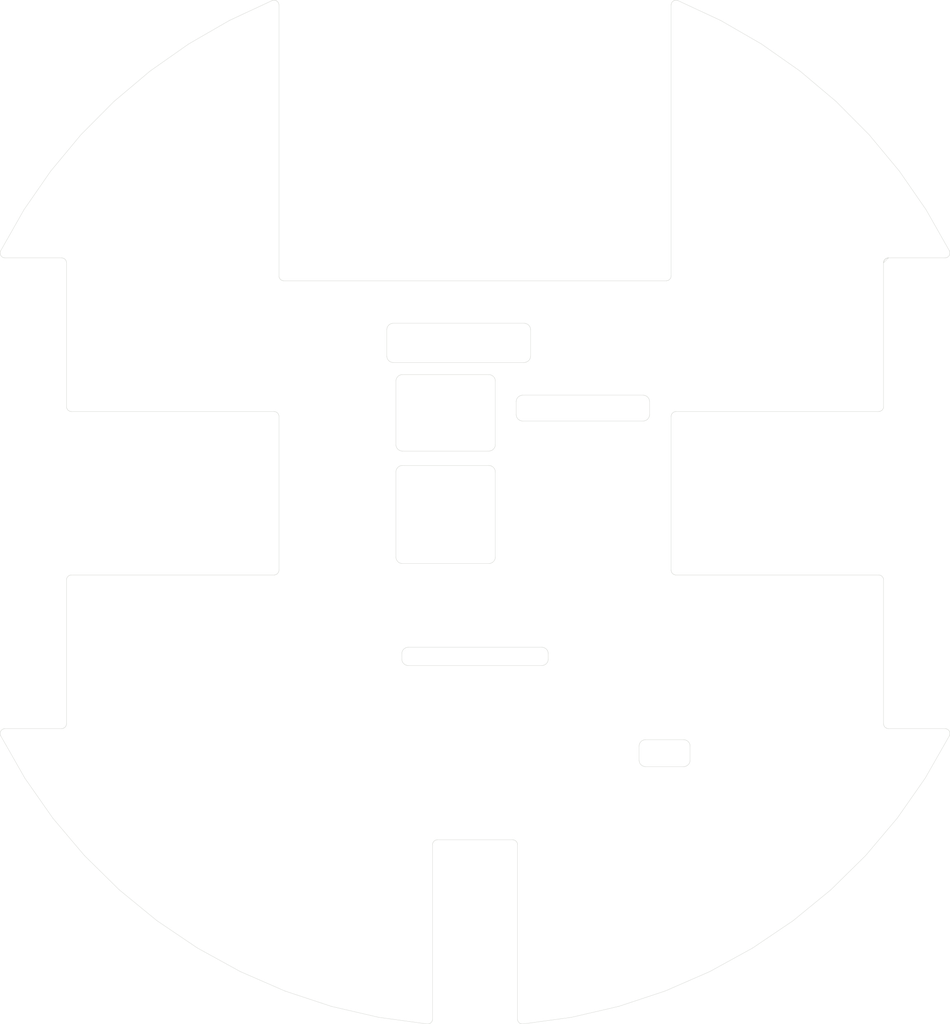
<source format=kicad_pcb>
(kicad_pcb (version 20171130) (host pcbnew 5.1.6-c6e7f7d~86~ubuntu18.04.1)

  (general
    (thickness 1.6)
    (drawings 0)
    (tracks 0)
    (zones 0)
    (modules 0)
    (nets 1)
  )

  (page A)
  (title_block
    (title "HR2 Master Baord")
    (date 2020-06-13)
    (rev A)
    (company "Homebrew Robotics Club")
  )

  (layers
    (0 F.Cu signal)
    (31 B.Cu signal)
    (32 B.Adhes user)
    (33 F.Adhes user)
    (34 B.Paste user)
    (35 F.Paste user)
    (36 B.SilkS user)
    (37 F.SilkS user)
    (38 B.Mask user)
    (39 F.Mask user)
    (40 Dwgs.User user)
    (41 Cmts.User user)
    (42 Eco1.User user)
    (43 Eco2.User user)
    (44 Edge.Cuts user)
    (45 Margin user)
    (46 B.CrtYd user)
    (47 F.CrtYd user)
    (48 B.Fab user)
    (49 F.Fab user)
  )

  (setup
    (last_trace_width 0.25)
    (trace_clearance 0.2)
    (zone_clearance 0.508)
    (zone_45_only no)
    (trace_min 0.2)
    (via_size 0.8)
    (via_drill 0.4)
    (via_min_size 0.4)
    (via_min_drill 0.3)
    (uvia_size 0.3)
    (uvia_drill 0.1)
    (uvias_allowed no)
    (uvia_min_size 0.2)
    (uvia_min_drill 0.1)
    (edge_width 0.1)
    (segment_width 0.2)
    (pcb_text_width 0.3)
    (pcb_text_size 1.5 1.5)
    (mod_edge_width 0.15)
    (mod_text_size 1 1)
    (mod_text_width 0.15)
    (pad_size 1.524 1.524)
    (pad_drill 0.762)
    (pad_to_mask_clearance 0)
    (aux_axis_origin 0 0)
    (visible_elements FFFFFF7F)
    (pcbplotparams
      (layerselection 0x010fc_ffffffff)
      (usegerberextensions false)
      (usegerberattributes true)
      (usegerberadvancedattributes true)
      (creategerberjobfile true)
      (excludeedgelayer true)
      (linewidth 0.100000)
      (plotframeref false)
      (viasonmask false)
      (mode 1)
      (useauxorigin false)
      (hpglpennumber 1)
      (hpglpenspeed 20)
      (hpglpendiameter 15.000000)
      (psnegative false)
      (psa4output false)
      (plotreference true)
      (plotvalue true)
      (plotinvisibletext false)
      (padsonsilk false)
      (subtractmaskfromsilk false)
      (outputformat 1)
      (mirror false)
      (drillshape 1)
      (scaleselection 1)
      (outputdirectory ""))
  )

  (net 0 "")

  (net_class Default "This is the default net class."
    (clearance 0.2)
    (trace_width 0.25)
    (via_dia 0.8)
    (via_drill 0.4)
    (uvia_dia 0.3)
    (uvia_drill 0.1)
  )
  (gr_line (start 107.3 85) (end 107.21 85) (layer Edge.Cuts) (width 0.05))
  (gr_line (start 107.21 85) (end 107.13 85.02) (layer Edge.Cuts) (width 0.05))
  (gr_line (start 107.13 85.02) (end 107.04 85.03) (layer Edge.Cuts) (width 0.05))
  (gr_line (start 107.04 85.03) (end 106.96 85.06) (layer Edge.Cuts) (width 0.05))
  (gr_line (start 106.96 85.06) (end 106.88 85.09) (layer Edge.Cuts) (width 0.05))
  (gr_line (start 106.88 85.09) (end 106.8 85.13) (layer Edge.Cuts) (width 0.05))
  (gr_line (start 106.8 85.13) (end 106.73 85.18) (layer Edge.Cuts) (width 0.05))
  (gr_line (start 106.73 85.18) (end 106.66 85.23) (layer Edge.Cuts) (width 0.05))
  (gr_line (start 106.66 85.23) (end 106.59 85.29) (layer Edge.Cuts) (width 0.05))
  (gr_line (start 106.59 85.29) (end 106.53 85.36) (layer Edge.Cuts) (width 0.05))
  (gr_line (start 106.53 85.36) (end 106.48 85.43) (layer Edge.Cuts) (width 0.05))
  (gr_line (start 106.48 85.43) (end 106.43 85.5) (layer Edge.Cuts) (width 0.05))
  (gr_line (start 106.43 85.5) (end 106.39 85.58) (layer Edge.Cuts) (width 0.05))
  (gr_line (start 106.39 85.58) (end 106.36 85.66) (layer Edge.Cuts) (width 0.05))
  (gr_line (start 106.36 85.66) (end 106.33 85.74) (layer Edge.Cuts) (width 0.05))
  (gr_line (start 106.33 85.74) (end 106.32 85.83) (layer Edge.Cuts) (width 0.05))
  (gr_line (start 106.32 85.83) (end 106.3 85.91) (layer Edge.Cuts) (width 0.05))
  (gr_line (start 106.3 85.91) (end 106.3 86) (layer Edge.Cuts) (width 0.05))
  (gr_line (start 106.3 86) (end 106.3 87.95) (layer Edge.Cuts) (width 0.05))
  (gr_line (start 106.3 87.95) (end 106.3 88.04) (layer Edge.Cuts) (width 0.05))
  (gr_line (start 106.3 88.04) (end 106.32 88.12) (layer Edge.Cuts) (width 0.05))
  (gr_line (start 106.32 88.12) (end 106.33 88.21) (layer Edge.Cuts) (width 0.05))
  (gr_line (start 106.33 88.21) (end 106.36 88.29) (layer Edge.Cuts) (width 0.05))
  (gr_line (start 106.36 88.29) (end 106.39 88.37) (layer Edge.Cuts) (width 0.05))
  (gr_line (start 106.39 88.37) (end 106.43 88.45) (layer Edge.Cuts) (width 0.05))
  (gr_line (start 106.43 88.45) (end 106.48 88.52) (layer Edge.Cuts) (width 0.05))
  (gr_line (start 106.48 88.52) (end 106.53 88.59) (layer Edge.Cuts) (width 0.05))
  (gr_line (start 106.53 88.59) (end 106.59 88.66) (layer Edge.Cuts) (width 0.05))
  (gr_line (start 106.59 88.66) (end 106.66 88.72) (layer Edge.Cuts) (width 0.05))
  (gr_line (start 106.66 88.72) (end 106.73 88.77) (layer Edge.Cuts) (width 0.05))
  (gr_line (start 106.73 88.77) (end 106.8 88.82) (layer Edge.Cuts) (width 0.05))
  (gr_line (start 106.8 88.82) (end 106.88 88.86) (layer Edge.Cuts) (width 0.05))
  (gr_line (start 106.88 88.86) (end 106.96 88.89) (layer Edge.Cuts) (width 0.05))
  (gr_line (start 106.96 88.89) (end 107.04 88.92) (layer Edge.Cuts) (width 0.05))
  (gr_line (start 107.04 88.92) (end 107.13 88.93) (layer Edge.Cuts) (width 0.05))
  (gr_line (start 107.13 88.93) (end 107.21 88.95) (layer Edge.Cuts) (width 0.05))
  (gr_line (start 107.21 88.95) (end 107.3 88.95) (layer Edge.Cuts) (width 0.05))
  (gr_line (start 107.3 88.95) (end 125.7 88.95) (layer Edge.Cuts) (width 0.05))
  (gr_line (start 125.7 88.95) (end 125.79 88.95) (layer Edge.Cuts) (width 0.05))
  (gr_line (start 125.79 88.95) (end 125.87 88.93) (layer Edge.Cuts) (width 0.05))
  (gr_line (start 125.87 88.93) (end 125.96 88.92) (layer Edge.Cuts) (width 0.05))
  (gr_line (start 125.96 88.92) (end 126.04 88.89) (layer Edge.Cuts) (width 0.05))
  (gr_line (start 126.04 88.89) (end 126.12 88.86) (layer Edge.Cuts) (width 0.05))
  (gr_line (start 126.12 88.86) (end 126.2 88.82) (layer Edge.Cuts) (width 0.05))
  (gr_line (start 126.2 88.82) (end 126.27 88.77) (layer Edge.Cuts) (width 0.05))
  (gr_line (start 126.27 88.77) (end 126.34 88.72) (layer Edge.Cuts) (width 0.05))
  (gr_line (start 126.34 88.72) (end 126.41 88.66) (layer Edge.Cuts) (width 0.05))
  (gr_line (start 126.41 88.66) (end 126.47 88.59) (layer Edge.Cuts) (width 0.05))
  (gr_line (start 126.47 88.59) (end 126.52 88.52) (layer Edge.Cuts) (width 0.05))
  (gr_line (start 126.52 88.52) (end 126.57 88.45) (layer Edge.Cuts) (width 0.05))
  (gr_line (start 126.57 88.45) (end 126.61 88.37) (layer Edge.Cuts) (width 0.05))
  (gr_line (start 126.61 88.37) (end 126.64 88.29) (layer Edge.Cuts) (width 0.05))
  (gr_line (start 126.64 88.29) (end 126.67 88.21) (layer Edge.Cuts) (width 0.05))
  (gr_line (start 126.67 88.21) (end 126.68 88.12) (layer Edge.Cuts) (width 0.05))
  (gr_line (start 126.68 88.12) (end 126.7 88.04) (layer Edge.Cuts) (width 0.05))
  (gr_line (start 126.7 88.04) (end 126.7 87.95) (layer Edge.Cuts) (width 0.05))
  (gr_line (start 126.7 87.95) (end 126.7 86) (layer Edge.Cuts) (width 0.05))
  (gr_line (start 126.7 86) (end 126.7 85.91) (layer Edge.Cuts) (width 0.05))
  (gr_line (start 126.7 85.91) (end 126.68 85.83) (layer Edge.Cuts) (width 0.05))
  (gr_line (start 126.68 85.83) (end 126.67 85.74) (layer Edge.Cuts) (width 0.05))
  (gr_line (start 126.67 85.74) (end 126.64 85.66) (layer Edge.Cuts) (width 0.05))
  (gr_line (start 126.64 85.66) (end 126.61 85.58) (layer Edge.Cuts) (width 0.05))
  (gr_line (start 126.61 85.58) (end 126.57 85.5) (layer Edge.Cuts) (width 0.05))
  (gr_line (start 126.57 85.5) (end 126.52 85.43) (layer Edge.Cuts) (width 0.05))
  (gr_line (start 126.52 85.43) (end 126.47 85.36) (layer Edge.Cuts) (width 0.05))
  (gr_line (start 126.47 85.36) (end 126.41 85.29) (layer Edge.Cuts) (width 0.05))
  (gr_line (start 126.41 85.29) (end 126.34 85.23) (layer Edge.Cuts) (width 0.05))
  (gr_line (start 126.34 85.23) (end 126.27 85.18) (layer Edge.Cuts) (width 0.05))
  (gr_line (start 126.27 85.18) (end 126.2 85.13) (layer Edge.Cuts) (width 0.05))
  (gr_line (start 126.2 85.13) (end 126.12 85.09) (layer Edge.Cuts) (width 0.05))
  (gr_line (start 126.12 85.09) (end 126.04 85.06) (layer Edge.Cuts) (width 0.05))
  (gr_line (start 126.04 85.06) (end 125.96 85.03) (layer Edge.Cuts) (width 0.05))
  (gr_line (start 125.96 85.03) (end 125.87 85.02) (layer Edge.Cuts) (width 0.05))
  (gr_line (start 125.87 85.02) (end 125.79 85) (layer Edge.Cuts) (width 0.05))
  (gr_line (start 125.79 85) (end 125.7 85) (layer Edge.Cuts) (width 0.05))
  (gr_line (start 125.7 85) (end 107.3 85) (layer Edge.Cuts) (width 0.05))
  (gr_line (start 89.8 123.55) (end 89.71 123.55) (layer Edge.Cuts) (width 0.05))
  (gr_line (start 89.71 123.55) (end 89.63 123.57) (layer Edge.Cuts) (width 0.05))
  (gr_line (start 89.63 123.57) (end 89.54 123.58) (layer Edge.Cuts) (width 0.05))
  (gr_line (start 89.54 123.58) (end 89.46 123.61) (layer Edge.Cuts) (width 0.05))
  (gr_line (start 89.46 123.61) (end 89.38 123.64) (layer Edge.Cuts) (width 0.05))
  (gr_line (start 89.38 123.64) (end 89.3 123.68) (layer Edge.Cuts) (width 0.05))
  (gr_line (start 89.3 123.68) (end 89.23 123.73) (layer Edge.Cuts) (width 0.05))
  (gr_line (start 89.23 123.73) (end 89.16 123.78) (layer Edge.Cuts) (width 0.05))
  (gr_line (start 89.16 123.78) (end 89.09 123.84) (layer Edge.Cuts) (width 0.05))
  (gr_line (start 89.09 123.84) (end 89.03 123.91) (layer Edge.Cuts) (width 0.05))
  (gr_line (start 89.03 123.91) (end 88.98 123.98) (layer Edge.Cuts) (width 0.05))
  (gr_line (start 88.98 123.98) (end 88.93 124.05) (layer Edge.Cuts) (width 0.05))
  (gr_line (start 88.93 124.05) (end 88.89 124.13) (layer Edge.Cuts) (width 0.05))
  (gr_line (start 88.89 124.13) (end 88.86 124.21) (layer Edge.Cuts) (width 0.05))
  (gr_line (start 88.86 124.21) (end 88.83 124.29) (layer Edge.Cuts) (width 0.05))
  (gr_line (start 88.83 124.29) (end 88.82 124.38) (layer Edge.Cuts) (width 0.05))
  (gr_line (start 88.82 124.38) (end 88.8 124.46) (layer Edge.Cuts) (width 0.05))
  (gr_line (start 88.8 124.46) (end 88.8 124.55) (layer Edge.Cuts) (width 0.05))
  (gr_line (start 88.8 124.55) (end 88.8 125.35) (layer Edge.Cuts) (width 0.05))
  (gr_line (start 88.8 125.35) (end 88.8 125.44) (layer Edge.Cuts) (width 0.05))
  (gr_line (start 88.8 125.44) (end 88.82 125.52) (layer Edge.Cuts) (width 0.05))
  (gr_line (start 88.82 125.52) (end 88.83 125.61) (layer Edge.Cuts) (width 0.05))
  (gr_line (start 88.83 125.61) (end 88.86 125.69) (layer Edge.Cuts) (width 0.05))
  (gr_line (start 88.86 125.69) (end 88.89 125.77) (layer Edge.Cuts) (width 0.05))
  (gr_line (start 88.89 125.77) (end 88.93 125.85) (layer Edge.Cuts) (width 0.05))
  (gr_line (start 88.93 125.85) (end 88.98 125.92) (layer Edge.Cuts) (width 0.05))
  (gr_line (start 88.98 125.92) (end 89.03 125.99) (layer Edge.Cuts) (width 0.05))
  (gr_line (start 89.03 125.99) (end 89.09 126.06) (layer Edge.Cuts) (width 0.05))
  (gr_line (start 89.09 126.06) (end 89.16 126.12) (layer Edge.Cuts) (width 0.05))
  (gr_line (start 89.16 126.12) (end 89.23 126.17) (layer Edge.Cuts) (width 0.05))
  (gr_line (start 89.23 126.17) (end 89.3 126.22) (layer Edge.Cuts) (width 0.05))
  (gr_line (start 89.3 126.22) (end 89.38 126.26) (layer Edge.Cuts) (width 0.05))
  (gr_line (start 89.38 126.26) (end 89.46 126.29) (layer Edge.Cuts) (width 0.05))
  (gr_line (start 89.46 126.29) (end 89.54 126.32) (layer Edge.Cuts) (width 0.05))
  (gr_line (start 89.54 126.32) (end 89.63 126.33) (layer Edge.Cuts) (width 0.05))
  (gr_line (start 89.63 126.33) (end 89.71 126.35) (layer Edge.Cuts) (width 0.05))
  (gr_line (start 89.71 126.35) (end 89.8 126.35) (layer Edge.Cuts) (width 0.05))
  (gr_line (start 89.8 126.35) (end 110.2 126.35) (layer Edge.Cuts) (width 0.05))
  (gr_line (start 110.2 126.35) (end 110.29 126.35) (layer Edge.Cuts) (width 0.05))
  (gr_line (start 110.29 126.35) (end 110.37 126.33) (layer Edge.Cuts) (width 0.05))
  (gr_line (start 110.37 126.33) (end 110.46 126.32) (layer Edge.Cuts) (width 0.05))
  (gr_line (start 110.46 126.32) (end 110.54 126.29) (layer Edge.Cuts) (width 0.05))
  (gr_line (start 110.54 126.29) (end 110.62 126.26) (layer Edge.Cuts) (width 0.05))
  (gr_line (start 110.62 126.26) (end 110.7 126.22) (layer Edge.Cuts) (width 0.05))
  (gr_line (start 110.7 126.22) (end 110.77 126.17) (layer Edge.Cuts) (width 0.05))
  (gr_line (start 110.77 126.17) (end 110.84 126.12) (layer Edge.Cuts) (width 0.05))
  (gr_line (start 110.84 126.12) (end 110.91 126.06) (layer Edge.Cuts) (width 0.05))
  (gr_line (start 110.91 126.06) (end 110.97 125.99) (layer Edge.Cuts) (width 0.05))
  (gr_line (start 110.97 125.99) (end 111.02 125.92) (layer Edge.Cuts) (width 0.05))
  (gr_line (start 111.02 125.92) (end 111.07 125.85) (layer Edge.Cuts) (width 0.05))
  (gr_line (start 111.07 125.85) (end 111.11 125.77) (layer Edge.Cuts) (width 0.05))
  (gr_line (start 111.11 125.77) (end 111.14 125.69) (layer Edge.Cuts) (width 0.05))
  (gr_line (start 111.14 125.69) (end 111.17 125.61) (layer Edge.Cuts) (width 0.05))
  (gr_line (start 111.17 125.61) (end 111.18 125.52) (layer Edge.Cuts) (width 0.05))
  (gr_line (start 111.18 125.52) (end 111.2 125.44) (layer Edge.Cuts) (width 0.05))
  (gr_line (start 111.2 125.44) (end 111.2 125.35) (layer Edge.Cuts) (width 0.05))
  (gr_line (start 111.2 125.35) (end 111.2 124.55) (layer Edge.Cuts) (width 0.05))
  (gr_line (start 111.2 124.55) (end 111.2 124.46) (layer Edge.Cuts) (width 0.05))
  (gr_line (start 111.2 124.46) (end 111.18 124.38) (layer Edge.Cuts) (width 0.05))
  (gr_line (start 111.18 124.38) (end 111.17 124.29) (layer Edge.Cuts) (width 0.05))
  (gr_line (start 111.17 124.29) (end 111.14 124.21) (layer Edge.Cuts) (width 0.05))
  (gr_line (start 111.14 124.21) (end 111.11 124.13) (layer Edge.Cuts) (width 0.05))
  (gr_line (start 111.11 124.13) (end 111.07 124.05) (layer Edge.Cuts) (width 0.05))
  (gr_line (start 111.07 124.05) (end 111.02 123.98) (layer Edge.Cuts) (width 0.05))
  (gr_line (start 111.02 123.98) (end 110.97 123.91) (layer Edge.Cuts) (width 0.05))
  (gr_line (start 110.97 123.91) (end 110.91 123.84) (layer Edge.Cuts) (width 0.05))
  (gr_line (start 110.91 123.84) (end 110.84 123.78) (layer Edge.Cuts) (width 0.05))
  (gr_line (start 110.84 123.78) (end 110.77 123.73) (layer Edge.Cuts) (width 0.05))
  (gr_line (start 110.77 123.73) (end 110.7 123.68) (layer Edge.Cuts) (width 0.05))
  (gr_line (start 110.7 123.68) (end 110.62 123.64) (layer Edge.Cuts) (width 0.05))
  (gr_line (start 110.62 123.64) (end 110.54 123.61) (layer Edge.Cuts) (width 0.05))
  (gr_line (start 110.54 123.61) (end 110.46 123.58) (layer Edge.Cuts) (width 0.05))
  (gr_line (start 110.46 123.58) (end 110.37 123.57) (layer Edge.Cuts) (width 0.05))
  (gr_line (start 110.37 123.57) (end 110.29 123.55) (layer Edge.Cuts) (width 0.05))
  (gr_line (start 110.29 123.55) (end 110.2 123.55) (layer Edge.Cuts) (width 0.05))
  (gr_line (start 110.2 123.55) (end 89.8 123.55) (layer Edge.Cuts) (width 0.05))
  (gr_line (start 88.9 95.75) (end 88.81 95.75) (layer Edge.Cuts) (width 0.05))
  (gr_line (start 88.81 95.75) (end 88.73 95.77) (layer Edge.Cuts) (width 0.05))
  (gr_line (start 88.73 95.77) (end 88.64 95.78) (layer Edge.Cuts) (width 0.05))
  (gr_line (start 88.64 95.78) (end 88.56 95.81) (layer Edge.Cuts) (width 0.05))
  (gr_line (start 88.56 95.81) (end 88.48 95.84) (layer Edge.Cuts) (width 0.05))
  (gr_line (start 88.48 95.84) (end 88.4 95.88) (layer Edge.Cuts) (width 0.05))
  (gr_line (start 88.4 95.88) (end 88.33 95.93) (layer Edge.Cuts) (width 0.05))
  (gr_line (start 88.33 95.93) (end 88.26 95.98) (layer Edge.Cuts) (width 0.05))
  (gr_line (start 88.26 95.98) (end 88.19 96.04) (layer Edge.Cuts) (width 0.05))
  (gr_line (start 88.19 96.04) (end 88.13 96.11) (layer Edge.Cuts) (width 0.05))
  (gr_line (start 88.13 96.11) (end 88.08 96.18) (layer Edge.Cuts) (width 0.05))
  (gr_line (start 88.08 96.18) (end 88.03 96.25) (layer Edge.Cuts) (width 0.05))
  (gr_line (start 88.03 96.25) (end 87.99 96.33) (layer Edge.Cuts) (width 0.05))
  (gr_line (start 87.99 96.33) (end 87.96 96.41) (layer Edge.Cuts) (width 0.05))
  (gr_line (start 87.96 96.41) (end 87.93 96.49) (layer Edge.Cuts) (width 0.05))
  (gr_line (start 87.93 96.49) (end 87.92 96.58) (layer Edge.Cuts) (width 0.05))
  (gr_line (start 87.92 96.58) (end 87.9 96.66) (layer Edge.Cuts) (width 0.05))
  (gr_line (start 87.9 96.66) (end 87.9 96.75) (layer Edge.Cuts) (width 0.05))
  (gr_line (start 87.9 96.75) (end 87.9 109.75) (layer Edge.Cuts) (width 0.05))
  (gr_line (start 87.9 109.75) (end 87.9 109.84) (layer Edge.Cuts) (width 0.05))
  (gr_line (start 87.9 109.84) (end 87.92 109.92) (layer Edge.Cuts) (width 0.05))
  (gr_line (start 87.92 109.92) (end 87.93 110.01) (layer Edge.Cuts) (width 0.05))
  (gr_line (start 87.93 110.01) (end 87.96 110.09) (layer Edge.Cuts) (width 0.05))
  (gr_line (start 87.96 110.09) (end 87.99 110.17) (layer Edge.Cuts) (width 0.05))
  (gr_line (start 87.99 110.17) (end 88.03 110.25) (layer Edge.Cuts) (width 0.05))
  (gr_line (start 88.03 110.25) (end 88.08 110.32) (layer Edge.Cuts) (width 0.05))
  (gr_line (start 88.08 110.32) (end 88.13 110.39) (layer Edge.Cuts) (width 0.05))
  (gr_line (start 88.13 110.39) (end 88.19 110.46) (layer Edge.Cuts) (width 0.05))
  (gr_line (start 88.19 110.46) (end 88.26 110.52) (layer Edge.Cuts) (width 0.05))
  (gr_line (start 88.26 110.52) (end 88.33 110.57) (layer Edge.Cuts) (width 0.05))
  (gr_line (start 88.33 110.57) (end 88.4 110.62) (layer Edge.Cuts) (width 0.05))
  (gr_line (start 88.4 110.62) (end 88.48 110.66) (layer Edge.Cuts) (width 0.05))
  (gr_line (start 88.48 110.66) (end 88.56 110.69) (layer Edge.Cuts) (width 0.05))
  (gr_line (start 88.56 110.69) (end 88.64 110.72) (layer Edge.Cuts) (width 0.05))
  (gr_line (start 88.64 110.72) (end 88.73 110.73) (layer Edge.Cuts) (width 0.05))
  (gr_line (start 88.73 110.73) (end 88.81 110.75) (layer Edge.Cuts) (width 0.05))
  (gr_line (start 88.81 110.75) (end 88.9 110.75) (layer Edge.Cuts) (width 0.05))
  (gr_line (start 88.9 110.75) (end 102.1 110.75) (layer Edge.Cuts) (width 0.05))
  (gr_line (start 102.1 110.75) (end 102.19 110.75) (layer Edge.Cuts) (width 0.05))
  (gr_line (start 102.19 110.75) (end 102.27 110.73) (layer Edge.Cuts) (width 0.05))
  (gr_line (start 102.27 110.73) (end 102.36 110.72) (layer Edge.Cuts) (width 0.05))
  (gr_line (start 102.36 110.72) (end 102.44 110.69) (layer Edge.Cuts) (width 0.05))
  (gr_line (start 102.44 110.69) (end 102.52 110.66) (layer Edge.Cuts) (width 0.05))
  (gr_line (start 102.52 110.66) (end 102.6 110.62) (layer Edge.Cuts) (width 0.05))
  (gr_line (start 102.6 110.62) (end 102.67 110.57) (layer Edge.Cuts) (width 0.05))
  (gr_line (start 102.67 110.57) (end 102.74 110.52) (layer Edge.Cuts) (width 0.05))
  (gr_line (start 102.74 110.52) (end 102.81 110.46) (layer Edge.Cuts) (width 0.05))
  (gr_line (start 102.81 110.46) (end 102.87 110.39) (layer Edge.Cuts) (width 0.05))
  (gr_line (start 102.87 110.39) (end 102.92 110.32) (layer Edge.Cuts) (width 0.05))
  (gr_line (start 102.92 110.32) (end 102.97 110.25) (layer Edge.Cuts) (width 0.05))
  (gr_line (start 102.97 110.25) (end 103.01 110.17) (layer Edge.Cuts) (width 0.05))
  (gr_line (start 103.01 110.17) (end 103.04 110.09) (layer Edge.Cuts) (width 0.05))
  (gr_line (start 103.04 110.09) (end 103.07 110.01) (layer Edge.Cuts) (width 0.05))
  (gr_line (start 103.07 110.01) (end 103.08 109.92) (layer Edge.Cuts) (width 0.05))
  (gr_line (start 103.08 109.92) (end 103.1 109.84) (layer Edge.Cuts) (width 0.05))
  (gr_line (start 103.1 109.84) (end 103.1 109.75) (layer Edge.Cuts) (width 0.05))
  (gr_line (start 103.1 109.75) (end 103.1 96.75) (layer Edge.Cuts) (width 0.05))
  (gr_line (start 103.1 96.75) (end 103.1 96.66) (layer Edge.Cuts) (width 0.05))
  (gr_line (start 103.1 96.66) (end 103.08 96.58) (layer Edge.Cuts) (width 0.05))
  (gr_line (start 103.08 96.58) (end 103.07 96.49) (layer Edge.Cuts) (width 0.05))
  (gr_line (start 103.07 96.49) (end 103.04 96.41) (layer Edge.Cuts) (width 0.05))
  (gr_line (start 103.04 96.41) (end 103.01 96.33) (layer Edge.Cuts) (width 0.05))
  (gr_line (start 103.01 96.33) (end 102.97 96.25) (layer Edge.Cuts) (width 0.05))
  (gr_line (start 102.97 96.25) (end 102.92 96.18) (layer Edge.Cuts) (width 0.05))
  (gr_line (start 102.92 96.18) (end 102.87 96.11) (layer Edge.Cuts) (width 0.05))
  (gr_line (start 102.87 96.11) (end 102.81 96.04) (layer Edge.Cuts) (width 0.05))
  (gr_line (start 102.81 96.04) (end 102.74 95.98) (layer Edge.Cuts) (width 0.05))
  (gr_line (start 102.74 95.98) (end 102.67 95.93) (layer Edge.Cuts) (width 0.05))
  (gr_line (start 102.67 95.93) (end 102.6 95.88) (layer Edge.Cuts) (width 0.05))
  (gr_line (start 102.6 95.88) (end 102.52 95.84) (layer Edge.Cuts) (width 0.05))
  (gr_line (start 102.52 95.84) (end 102.44 95.81) (layer Edge.Cuts) (width 0.05))
  (gr_line (start 102.44 95.81) (end 102.36 95.78) (layer Edge.Cuts) (width 0.05))
  (gr_line (start 102.36 95.78) (end 102.27 95.77) (layer Edge.Cuts) (width 0.05))
  (gr_line (start 102.27 95.77) (end 102.19 95.75) (layer Edge.Cuts) (width 0.05))
  (gr_line (start 102.19 95.75) (end 102.1 95.75) (layer Edge.Cuts) (width 0.05))
  (gr_line (start 102.1 95.75) (end 88.9 95.75) (layer Edge.Cuts) (width 0.05))
  (gr_line (start 88.9 81.85) (end 88.81 81.85) (layer Edge.Cuts) (width 0.05))
  (gr_line (start 88.81 81.85) (end 88.73 81.87) (layer Edge.Cuts) (width 0.05))
  (gr_line (start 88.73 81.87) (end 88.64 81.88) (layer Edge.Cuts) (width 0.05))
  (gr_line (start 88.64 81.88) (end 88.56 81.91) (layer Edge.Cuts) (width 0.05))
  (gr_line (start 88.56 81.91) (end 88.48 81.94) (layer Edge.Cuts) (width 0.05))
  (gr_line (start 88.48 81.94) (end 88.4 81.98) (layer Edge.Cuts) (width 0.05))
  (gr_line (start 88.4 81.98) (end 88.33 82.03) (layer Edge.Cuts) (width 0.05))
  (gr_line (start 88.33 82.03) (end 88.26 82.08) (layer Edge.Cuts) (width 0.05))
  (gr_line (start 88.26 82.08) (end 88.19 82.14) (layer Edge.Cuts) (width 0.05))
  (gr_line (start 88.19 82.14) (end 88.13 82.21) (layer Edge.Cuts) (width 0.05))
  (gr_line (start 88.13 82.21) (end 88.08 82.28) (layer Edge.Cuts) (width 0.05))
  (gr_line (start 88.08 82.28) (end 88.03 82.35) (layer Edge.Cuts) (width 0.05))
  (gr_line (start 88.03 82.35) (end 87.99 82.43) (layer Edge.Cuts) (width 0.05))
  (gr_line (start 87.99 82.43) (end 87.96 82.51) (layer Edge.Cuts) (width 0.05))
  (gr_line (start 87.96 82.51) (end 87.93 82.59) (layer Edge.Cuts) (width 0.05))
  (gr_line (start 87.93 82.59) (end 87.92 82.68) (layer Edge.Cuts) (width 0.05))
  (gr_line (start 87.92 82.68) (end 87.9 82.76) (layer Edge.Cuts) (width 0.05))
  (gr_line (start 87.9 82.76) (end 87.9 82.85) (layer Edge.Cuts) (width 0.05))
  (gr_line (start 87.9 82.85) (end 87.9 92.55) (layer Edge.Cuts) (width 0.05))
  (gr_line (start 87.9 92.55) (end 87.9 92.64) (layer Edge.Cuts) (width 0.05))
  (gr_line (start 87.9 92.64) (end 87.92 92.72) (layer Edge.Cuts) (width 0.05))
  (gr_line (start 87.92 92.72) (end 87.93 92.81) (layer Edge.Cuts) (width 0.05))
  (gr_line (start 87.93 92.81) (end 87.96 92.89) (layer Edge.Cuts) (width 0.05))
  (gr_line (start 87.96 92.89) (end 87.99 92.97) (layer Edge.Cuts) (width 0.05))
  (gr_line (start 87.99 92.97) (end 88.03 93.05) (layer Edge.Cuts) (width 0.05))
  (gr_line (start 88.03 93.05) (end 88.08 93.12) (layer Edge.Cuts) (width 0.05))
  (gr_line (start 88.08 93.12) (end 88.13 93.19) (layer Edge.Cuts) (width 0.05))
  (gr_line (start 88.13 93.19) (end 88.19 93.26) (layer Edge.Cuts) (width 0.05))
  (gr_line (start 88.19 93.26) (end 88.26 93.32) (layer Edge.Cuts) (width 0.05))
  (gr_line (start 88.26 93.32) (end 88.33 93.37) (layer Edge.Cuts) (width 0.05))
  (gr_line (start 88.33 93.37) (end 88.4 93.42) (layer Edge.Cuts) (width 0.05))
  (gr_line (start 88.4 93.42) (end 88.48 93.46) (layer Edge.Cuts) (width 0.05))
  (gr_line (start 88.48 93.46) (end 88.56 93.49) (layer Edge.Cuts) (width 0.05))
  (gr_line (start 88.56 93.49) (end 88.64 93.52) (layer Edge.Cuts) (width 0.05))
  (gr_line (start 88.64 93.52) (end 88.73 93.53) (layer Edge.Cuts) (width 0.05))
  (gr_line (start 88.73 93.53) (end 88.81 93.55) (layer Edge.Cuts) (width 0.05))
  (gr_line (start 88.81 93.55) (end 88.9 93.55) (layer Edge.Cuts) (width 0.05))
  (gr_line (start 88.9 93.55) (end 102.1 93.55) (layer Edge.Cuts) (width 0.05))
  (gr_line (start 102.1 93.55) (end 102.19 93.55) (layer Edge.Cuts) (width 0.05))
  (gr_line (start 102.19 93.55) (end 102.27 93.53) (layer Edge.Cuts) (width 0.05))
  (gr_line (start 102.27 93.53) (end 102.36 93.52) (layer Edge.Cuts) (width 0.05))
  (gr_line (start 102.36 93.52) (end 102.44 93.49) (layer Edge.Cuts) (width 0.05))
  (gr_line (start 102.44 93.49) (end 102.52 93.46) (layer Edge.Cuts) (width 0.05))
  (gr_line (start 102.52 93.46) (end 102.6 93.42) (layer Edge.Cuts) (width 0.05))
  (gr_line (start 102.6 93.42) (end 102.67 93.37) (layer Edge.Cuts) (width 0.05))
  (gr_line (start 102.67 93.37) (end 102.74 93.32) (layer Edge.Cuts) (width 0.05))
  (gr_line (start 102.74 93.32) (end 102.81 93.26) (layer Edge.Cuts) (width 0.05))
  (gr_line (start 102.81 93.26) (end 102.87 93.19) (layer Edge.Cuts) (width 0.05))
  (gr_line (start 102.87 93.19) (end 102.92 93.12) (layer Edge.Cuts) (width 0.05))
  (gr_line (start 102.92 93.12) (end 102.97 93.05) (layer Edge.Cuts) (width 0.05))
  (gr_line (start 102.97 93.05) (end 103.01 92.97) (layer Edge.Cuts) (width 0.05))
  (gr_line (start 103.01 92.97) (end 103.04 92.89) (layer Edge.Cuts) (width 0.05))
  (gr_line (start 103.04 92.89) (end 103.07 92.81) (layer Edge.Cuts) (width 0.05))
  (gr_line (start 103.07 92.81) (end 103.08 92.72) (layer Edge.Cuts) (width 0.05))
  (gr_line (start 103.08 92.72) (end 103.1 92.64) (layer Edge.Cuts) (width 0.05))
  (gr_line (start 103.1 92.64) (end 103.1 92.55) (layer Edge.Cuts) (width 0.05))
  (gr_line (start 103.1 92.55) (end 103.1 82.85) (layer Edge.Cuts) (width 0.05))
  (gr_line (start 103.1 82.85) (end 103.1 82.76) (layer Edge.Cuts) (width 0.05))
  (gr_line (start 103.1 82.76) (end 103.08 82.68) (layer Edge.Cuts) (width 0.05))
  (gr_line (start 103.08 82.68) (end 103.07 82.59) (layer Edge.Cuts) (width 0.05))
  (gr_line (start 103.07 82.59) (end 103.04 82.51) (layer Edge.Cuts) (width 0.05))
  (gr_line (start 103.04 82.51) (end 103.01 82.43) (layer Edge.Cuts) (width 0.05))
  (gr_line (start 103.01 82.43) (end 102.97 82.35) (layer Edge.Cuts) (width 0.05))
  (gr_line (start 102.97 82.35) (end 102.92 82.28) (layer Edge.Cuts) (width 0.05))
  (gr_line (start 102.92 82.28) (end 102.87 82.21) (layer Edge.Cuts) (width 0.05))
  (gr_line (start 102.87 82.21) (end 102.81 82.14) (layer Edge.Cuts) (width 0.05))
  (gr_line (start 102.81 82.14) (end 102.74 82.08) (layer Edge.Cuts) (width 0.05))
  (gr_line (start 102.74 82.08) (end 102.67 82.03) (layer Edge.Cuts) (width 0.05))
  (gr_line (start 102.67 82.03) (end 102.6 81.98) (layer Edge.Cuts) (width 0.05))
  (gr_line (start 102.6 81.98) (end 102.52 81.94) (layer Edge.Cuts) (width 0.05))
  (gr_line (start 102.52 81.94) (end 102.44 81.91) (layer Edge.Cuts) (width 0.05))
  (gr_line (start 102.44 81.91) (end 102.36 81.88) (layer Edge.Cuts) (width 0.05))
  (gr_line (start 102.36 81.88) (end 102.27 81.87) (layer Edge.Cuts) (width 0.05))
  (gr_line (start 102.27 81.87) (end 102.19 81.85) (layer Edge.Cuts) (width 0.05))
  (gr_line (start 102.19 81.85) (end 102.1 81.85) (layer Edge.Cuts) (width 0.05))
  (gr_line (start 102.1 81.85) (end 88.9 81.85) (layer Edge.Cuts) (width 0.05))
  (gr_line (start 87.5 74) (end 87.41 74) (layer Edge.Cuts) (width 0.05))
  (gr_line (start 87.41 74) (end 87.33 74.02) (layer Edge.Cuts) (width 0.05))
  (gr_line (start 87.33 74.02) (end 87.24 74.03) (layer Edge.Cuts) (width 0.05))
  (gr_line (start 87.24 74.03) (end 87.16 74.06) (layer Edge.Cuts) (width 0.05))
  (gr_line (start 87.16 74.06) (end 87.08 74.09) (layer Edge.Cuts) (width 0.05))
  (gr_line (start 87.08 74.09) (end 87 74.13) (layer Edge.Cuts) (width 0.05))
  (gr_line (start 87 74.13) (end 86.93 74.18) (layer Edge.Cuts) (width 0.05))
  (gr_line (start 86.93 74.18) (end 86.86 74.23) (layer Edge.Cuts) (width 0.05))
  (gr_line (start 86.86 74.23) (end 86.79 74.29) (layer Edge.Cuts) (width 0.05))
  (gr_line (start 86.79 74.29) (end 86.73 74.36) (layer Edge.Cuts) (width 0.05))
  (gr_line (start 86.73 74.36) (end 86.68 74.43) (layer Edge.Cuts) (width 0.05))
  (gr_line (start 86.68 74.43) (end 86.63 74.5) (layer Edge.Cuts) (width 0.05))
  (gr_line (start 86.63 74.5) (end 86.59 74.58) (layer Edge.Cuts) (width 0.05))
  (gr_line (start 86.59 74.58) (end 86.56 74.66) (layer Edge.Cuts) (width 0.05))
  (gr_line (start 86.56 74.66) (end 86.53 74.74) (layer Edge.Cuts) (width 0.05))
  (gr_line (start 86.53 74.74) (end 86.52 74.83) (layer Edge.Cuts) (width 0.05))
  (gr_line (start 86.52 74.83) (end 86.5 74.91) (layer Edge.Cuts) (width 0.05))
  (gr_line (start 86.5 74.91) (end 86.5 75) (layer Edge.Cuts) (width 0.05))
  (gr_line (start 86.5 75) (end 86.5 79) (layer Edge.Cuts) (width 0.05))
  (gr_line (start 86.5 79) (end 86.5 79.09) (layer Edge.Cuts) (width 0.05))
  (gr_line (start 86.5 79.09) (end 86.52 79.17) (layer Edge.Cuts) (width 0.05))
  (gr_line (start 86.52 79.17) (end 86.53 79.26) (layer Edge.Cuts) (width 0.05))
  (gr_line (start 86.53 79.26) (end 86.56 79.34) (layer Edge.Cuts) (width 0.05))
  (gr_line (start 86.56 79.34) (end 86.59 79.42) (layer Edge.Cuts) (width 0.05))
  (gr_line (start 86.59 79.42) (end 86.63 79.5) (layer Edge.Cuts) (width 0.05))
  (gr_line (start 86.63 79.5) (end 86.68 79.57) (layer Edge.Cuts) (width 0.05))
  (gr_line (start 86.68 79.57) (end 86.73 79.64) (layer Edge.Cuts) (width 0.05))
  (gr_line (start 86.73 79.64) (end 86.79 79.71) (layer Edge.Cuts) (width 0.05))
  (gr_line (start 86.79 79.71) (end 86.86 79.77) (layer Edge.Cuts) (width 0.05))
  (gr_line (start 86.86 79.77) (end 86.93 79.82) (layer Edge.Cuts) (width 0.05))
  (gr_line (start 86.93 79.82) (end 87 79.87) (layer Edge.Cuts) (width 0.05))
  (gr_line (start 87 79.87) (end 87.08 79.91) (layer Edge.Cuts) (width 0.05))
  (gr_line (start 87.08 79.91) (end 87.16 79.94) (layer Edge.Cuts) (width 0.05))
  (gr_line (start 87.16 79.94) (end 87.24 79.97) (layer Edge.Cuts) (width 0.05))
  (gr_line (start 87.24 79.97) (end 87.33 79.98) (layer Edge.Cuts) (width 0.05))
  (gr_line (start 87.33 79.98) (end 87.41 80) (layer Edge.Cuts) (width 0.05))
  (gr_line (start 87.41 80) (end 87.5 80) (layer Edge.Cuts) (width 0.05))
  (gr_line (start 87.5 80) (end 107.5 80) (layer Edge.Cuts) (width 0.05))
  (gr_line (start 107.5 80) (end 107.59 80) (layer Edge.Cuts) (width 0.05))
  (gr_line (start 107.59 80) (end 107.67 79.98) (layer Edge.Cuts) (width 0.05))
  (gr_line (start 107.67 79.98) (end 107.76 79.97) (layer Edge.Cuts) (width 0.05))
  (gr_line (start 107.76 79.97) (end 107.84 79.94) (layer Edge.Cuts) (width 0.05))
  (gr_line (start 107.84 79.94) (end 107.92 79.91) (layer Edge.Cuts) (width 0.05))
  (gr_line (start 107.92 79.91) (end 108 79.87) (layer Edge.Cuts) (width 0.05))
  (gr_line (start 108 79.87) (end 108.07 79.82) (layer Edge.Cuts) (width 0.05))
  (gr_line (start 108.07 79.82) (end 108.14 79.77) (layer Edge.Cuts) (width 0.05))
  (gr_line (start 108.14 79.77) (end 108.21 79.71) (layer Edge.Cuts) (width 0.05))
  (gr_line (start 108.21 79.71) (end 108.27 79.64) (layer Edge.Cuts) (width 0.05))
  (gr_line (start 108.27 79.64) (end 108.32 79.57) (layer Edge.Cuts) (width 0.05))
  (gr_line (start 108.32 79.57) (end 108.37 79.5) (layer Edge.Cuts) (width 0.05))
  (gr_line (start 108.37 79.5) (end 108.41 79.42) (layer Edge.Cuts) (width 0.05))
  (gr_line (start 108.41 79.42) (end 108.44 79.34) (layer Edge.Cuts) (width 0.05))
  (gr_line (start 108.44 79.34) (end 108.47 79.26) (layer Edge.Cuts) (width 0.05))
  (gr_line (start 108.47 79.26) (end 108.48 79.17) (layer Edge.Cuts) (width 0.05))
  (gr_line (start 108.48 79.17) (end 108.5 79.09) (layer Edge.Cuts) (width 0.05))
  (gr_line (start 108.5 79.09) (end 108.5 79) (layer Edge.Cuts) (width 0.05))
  (gr_line (start 108.5 79) (end 108.5 75) (layer Edge.Cuts) (width 0.05))
  (gr_line (start 108.5 75) (end 108.5 74.91) (layer Edge.Cuts) (width 0.05))
  (gr_line (start 108.5 74.91) (end 108.48 74.83) (layer Edge.Cuts) (width 0.05))
  (gr_line (start 108.48 74.83) (end 108.47 74.74) (layer Edge.Cuts) (width 0.05))
  (gr_line (start 108.47 74.74) (end 108.44 74.66) (layer Edge.Cuts) (width 0.05))
  (gr_line (start 108.44 74.66) (end 108.41 74.58) (layer Edge.Cuts) (width 0.05))
  (gr_line (start 108.41 74.58) (end 108.37 74.5) (layer Edge.Cuts) (width 0.05))
  (gr_line (start 108.37 74.5) (end 108.32 74.43) (layer Edge.Cuts) (width 0.05))
  (gr_line (start 108.32 74.43) (end 108.27 74.36) (layer Edge.Cuts) (width 0.05))
  (gr_line (start 108.27 74.36) (end 108.21 74.29) (layer Edge.Cuts) (width 0.05))
  (gr_line (start 108.21 74.29) (end 108.14 74.23) (layer Edge.Cuts) (width 0.05))
  (gr_line (start 108.14 74.23) (end 108.07 74.18) (layer Edge.Cuts) (width 0.05))
  (gr_line (start 108.07 74.18) (end 108 74.13) (layer Edge.Cuts) (width 0.05))
  (gr_line (start 108 74.13) (end 107.92 74.09) (layer Edge.Cuts) (width 0.05))
  (gr_line (start 107.92 74.09) (end 107.84 74.06) (layer Edge.Cuts) (width 0.05))
  (gr_line (start 107.84 74.06) (end 107.76 74.03) (layer Edge.Cuts) (width 0.05))
  (gr_line (start 107.76 74.03) (end 107.67 74.02) (layer Edge.Cuts) (width 0.05))
  (gr_line (start 107.67 74.02) (end 107.59 74) (layer Edge.Cuts) (width 0.05))
  (gr_line (start 107.59 74) (end 107.5 74) (layer Edge.Cuts) (width 0.05))
  (gr_line (start 107.5 74) (end 87.5 74) (layer Edge.Cuts) (width 0.05))
  (gr_line (start 132.9 138.69) (end 132.9 138.6) (layer Edge.Cuts) (width 0.05))
  (gr_line (start 132.9 138.6) (end 132.88 138.51) (layer Edge.Cuts) (width 0.05))
  (gr_line (start 132.88 138.51) (end 132.87 138.43) (layer Edge.Cuts) (width 0.05))
  (gr_line (start 132.87 138.43) (end 132.84 138.35) (layer Edge.Cuts) (width 0.05))
  (gr_line (start 132.84 138.35) (end 132.81 138.26) (layer Edge.Cuts) (width 0.05))
  (gr_line (start 132.81 138.26) (end 132.77 138.19) (layer Edge.Cuts) (width 0.05))
  (gr_line (start 132.77 138.19) (end 132.72 138.11) (layer Edge.Cuts) (width 0.05))
  (gr_line (start 132.72 138.11) (end 132.67 138.04) (layer Edge.Cuts) (width 0.05))
  (gr_line (start 132.67 138.04) (end 132.61 137.98) (layer Edge.Cuts) (width 0.05))
  (gr_line (start 132.61 137.98) (end 132.54 137.92) (layer Edge.Cuts) (width 0.05))
  (gr_line (start 132.54 137.92) (end 132.47 137.87) (layer Edge.Cuts) (width 0.05))
  (gr_line (start 132.47 137.87) (end 132.4 137.82) (layer Edge.Cuts) (width 0.05))
  (gr_line (start 132.4 137.82) (end 132.32 137.78) (layer Edge.Cuts) (width 0.05))
  (gr_line (start 132.32 137.78) (end 132.24 137.75) (layer Edge.Cuts) (width 0.05))
  (gr_line (start 132.24 137.75) (end 132.16 137.72) (layer Edge.Cuts) (width 0.05))
  (gr_line (start 132.16 137.72) (end 132.07 137.7) (layer Edge.Cuts) (width 0.05))
  (gr_line (start 132.07 137.7) (end 131.99 137.69) (layer Edge.Cuts) (width 0.05))
  (gr_line (start 131.99 137.69) (end 131.9 137.69) (layer Edge.Cuts) (width 0.05))
  (gr_line (start 131.9 137.69) (end 126.1 137.69) (layer Edge.Cuts) (width 0.05))
  (gr_line (start 126.1 137.69) (end 126.01 137.69) (layer Edge.Cuts) (width 0.05))
  (gr_line (start 126.01 137.69) (end 125.93 137.7) (layer Edge.Cuts) (width 0.05))
  (gr_line (start 125.93 137.7) (end 125.84 137.72) (layer Edge.Cuts) (width 0.05))
  (gr_line (start 125.84 137.72) (end 125.76 137.75) (layer Edge.Cuts) (width 0.05))
  (gr_line (start 125.76 137.75) (end 125.68 137.78) (layer Edge.Cuts) (width 0.05))
  (gr_line (start 125.68 137.78) (end 125.6 137.82) (layer Edge.Cuts) (width 0.05))
  (gr_line (start 125.6 137.82) (end 125.53 137.87) (layer Edge.Cuts) (width 0.05))
  (gr_line (start 125.53 137.87) (end 125.46 137.92) (layer Edge.Cuts) (width 0.05))
  (gr_line (start 125.46 137.92) (end 125.39 137.98) (layer Edge.Cuts) (width 0.05))
  (gr_line (start 125.39 137.98) (end 125.33 138.04) (layer Edge.Cuts) (width 0.05))
  (gr_line (start 125.33 138.04) (end 125.28 138.11) (layer Edge.Cuts) (width 0.05))
  (gr_line (start 125.28 138.11) (end 125.23 138.19) (layer Edge.Cuts) (width 0.05))
  (gr_line (start 125.23 138.19) (end 125.19 138.26) (layer Edge.Cuts) (width 0.05))
  (gr_line (start 125.19 138.26) (end 125.16 138.35) (layer Edge.Cuts) (width 0.05))
  (gr_line (start 125.16 138.35) (end 125.13 138.43) (layer Edge.Cuts) (width 0.05))
  (gr_line (start 125.13 138.43) (end 125.12 138.51) (layer Edge.Cuts) (width 0.05))
  (gr_line (start 125.12 138.51) (end 125.1 138.6) (layer Edge.Cuts) (width 0.05))
  (gr_line (start 125.1 138.6) (end 125.1 138.69) (layer Edge.Cuts) (width 0.05))
  (gr_line (start 125.1 138.69) (end 125.1 140.81) (layer Edge.Cuts) (width 0.05))
  (gr_line (start 125.1 140.81) (end 125.1 140.9) (layer Edge.Cuts) (width 0.05))
  (gr_line (start 125.1 140.9) (end 125.12 140.99) (layer Edge.Cuts) (width 0.05))
  (gr_line (start 125.12 140.99) (end 125.13 141.07) (layer Edge.Cuts) (width 0.05))
  (gr_line (start 125.13 141.07) (end 125.16 141.15) (layer Edge.Cuts) (width 0.05))
  (gr_line (start 125.16 141.15) (end 125.19 141.24) (layer Edge.Cuts) (width 0.05))
  (gr_line (start 125.19 141.24) (end 125.23 141.31) (layer Edge.Cuts) (width 0.05))
  (gr_line (start 125.23 141.31) (end 125.28 141.39) (layer Edge.Cuts) (width 0.05))
  (gr_line (start 125.28 141.39) (end 125.33 141.46) (layer Edge.Cuts) (width 0.05))
  (gr_line (start 125.33 141.46) (end 125.39 141.52) (layer Edge.Cuts) (width 0.05))
  (gr_line (start 125.39 141.52) (end 125.46 141.58) (layer Edge.Cuts) (width 0.05))
  (gr_line (start 125.46 141.58) (end 125.53 141.63) (layer Edge.Cuts) (width 0.05))
  (gr_line (start 125.53 141.63) (end 125.6 141.68) (layer Edge.Cuts) (width 0.05))
  (gr_line (start 125.6 141.68) (end 125.68 141.72) (layer Edge.Cuts) (width 0.05))
  (gr_line (start 125.68 141.72) (end 125.76 141.75) (layer Edge.Cuts) (width 0.05))
  (gr_line (start 125.76 141.75) (end 125.84 141.78) (layer Edge.Cuts) (width 0.05))
  (gr_line (start 125.84 141.78) (end 125.93 141.8) (layer Edge.Cuts) (width 0.05))
  (gr_line (start 125.93 141.8) (end 126.01 141.81) (layer Edge.Cuts) (width 0.05))
  (gr_line (start 126.01 141.81) (end 126.1 141.81) (layer Edge.Cuts) (width 0.05))
  (gr_line (start 126.1 141.81) (end 131.9 141.81) (layer Edge.Cuts) (width 0.05))
  (gr_line (start 131.9 141.81) (end 131.99 141.81) (layer Edge.Cuts) (width 0.05))
  (gr_line (start 131.99 141.81) (end 132.07 141.8) (layer Edge.Cuts) (width 0.05))
  (gr_line (start 132.07 141.8) (end 132.16 141.78) (layer Edge.Cuts) (width 0.05))
  (gr_line (start 132.16 141.78) (end 132.24 141.75) (layer Edge.Cuts) (width 0.05))
  (gr_line (start 132.24 141.75) (end 132.32 141.72) (layer Edge.Cuts) (width 0.05))
  (gr_line (start 132.32 141.72) (end 132.4 141.68) (layer Edge.Cuts) (width 0.05))
  (gr_line (start 132.4 141.68) (end 132.47 141.63) (layer Edge.Cuts) (width 0.05))
  (gr_line (start 132.47 141.63) (end 132.54 141.58) (layer Edge.Cuts) (width 0.05))
  (gr_line (start 132.54 141.58) (end 132.61 141.52) (layer Edge.Cuts) (width 0.05))
  (gr_line (start 132.61 141.52) (end 132.67 141.46) (layer Edge.Cuts) (width 0.05))
  (gr_line (start 132.67 141.46) (end 132.72 141.39) (layer Edge.Cuts) (width 0.05))
  (gr_line (start 132.72 141.39) (end 132.77 141.31) (layer Edge.Cuts) (width 0.05))
  (gr_line (start 132.77 141.31) (end 132.81 141.24) (layer Edge.Cuts) (width 0.05))
  (gr_line (start 132.81 141.24) (end 132.84 141.15) (layer Edge.Cuts) (width 0.05))
  (gr_line (start 132.84 141.15) (end 132.87 141.07) (layer Edge.Cuts) (width 0.05))
  (gr_line (start 132.87 141.07) (end 132.88 140.99) (layer Edge.Cuts) (width 0.05))
  (gr_line (start 132.88 140.99) (end 132.9 140.9) (layer Edge.Cuts) (width 0.05))
  (gr_line (start 132.9 140.9) (end 132.9 140.81) (layer Edge.Cuts) (width 0.05))
  (gr_line (start 132.9 140.81) (end 132.9 138.69) (layer Edge.Cuts) (width 0.05))
  (gr_line (start 162.5 64.75) (end 162.5 64.68) (layer Edge.Cuts) (width 0.05))
  (gr_line (start 162.5 64.68) (end 162.51 64.62) (layer Edge.Cuts) (width 0.05))
  (gr_line (start 162.51 64.62) (end 162.53 64.56) (layer Edge.Cuts) (width 0.05))
  (gr_line (start 162.53 64.56) (end 162.55 64.49) (layer Edge.Cuts) (width 0.05))
  (gr_line (start 162.55 64.49) (end 162.57 64.43) (layer Edge.Cuts) (width 0.05))
  (gr_line (start 162.57 64.43) (end 162.6 64.38) (layer Edge.Cuts) (width 0.05))
  (gr_line (start 162.6 64.38) (end 162.64 64.32) (layer Edge.Cuts) (width 0.05))
  (gr_line (start 162.64 64.32) (end 162.68 64.27) (layer Edge.Cuts) (width 0.05))
  (gr_line (start 162.68 64.27) (end 162.72 64.22) (layer Edge.Cuts) (width 0.05))
  (gr_line (start 162.72 64.22) (end 162.77 64.18) (layer Edge.Cuts) (width 0.05))
  (gr_line (start 162.77 64.18) (end 162.82 64.14) (layer Edge.Cuts) (width 0.05))
  (gr_line (start 162.82 64.14) (end 162.88 64.1) (layer Edge.Cuts) (width 0.05))
  (gr_line (start 162.88 64.1) (end 162.93 64.07) (layer Edge.Cuts) (width 0.05))
  (gr_line (start 162.93 64.07) (end 162.99 64.05) (layer Edge.Cuts) (width 0.05))
  (gr_line (start 162.99 64.05) (end 163.06 64.03) (layer Edge.Cuts) (width 0.05))
  (gr_line (start 163.06 64.03) (end 163.12 64.01) (layer Edge.Cuts) (width 0.05))
  (gr_line (start 163.12 64.01) (end 163.18 64) (layer Edge.Cuts) (width 0.05))
  (gr_line (start 163.18 64) (end 163.25 64) (layer Edge.Cuts) (width 0.05))
  (gr_line (start 163.25 64) (end 171.9 64) (layer Edge.Cuts) (width 0.05))
  (gr_line (start 171.9 64) (end 171.97 64) (layer Edge.Cuts) (width 0.05))
  (gr_line (start 171.97 64) (end 172.04 63.99) (layer Edge.Cuts) (width 0.05))
  (gr_line (start 172.04 63.99) (end 172.1 63.97) (layer Edge.Cuts) (width 0.05))
  (gr_line (start 172.1 63.97) (end 172.16 63.95) (layer Edge.Cuts) (width 0.05))
  (gr_line (start 172.16 63.95) (end 172.23 63.93) (layer Edge.Cuts) (width 0.05))
  (gr_line (start 172.23 63.93) (end 172.28 63.9) (layer Edge.Cuts) (width 0.05))
  (gr_line (start 172.28 63.9) (end 172.34 63.86) (layer Edge.Cuts) (width 0.05))
  (gr_line (start 172.34 63.86) (end 172.39 63.82) (layer Edge.Cuts) (width 0.05))
  (gr_line (start 172.39 63.82) (end 172.44 63.77) (layer Edge.Cuts) (width 0.05))
  (gr_line (start 172.44 63.77) (end 172.48 63.72) (layer Edge.Cuts) (width 0.05))
  (gr_line (start 172.48 63.72) (end 172.52 63.67) (layer Edge.Cuts) (width 0.05))
  (gr_line (start 172.52 63.67) (end 172.56 63.61) (layer Edge.Cuts) (width 0.05))
  (gr_line (start 172.56 63.61) (end 172.59 63.55) (layer Edge.Cuts) (width 0.05))
  (gr_line (start 172.59 63.55) (end 172.61 63.49) (layer Edge.Cuts) (width 0.05))
  (gr_line (start 172.61 63.49) (end 172.63 63.43) (layer Edge.Cuts) (width 0.05))
  (gr_line (start 172.63 63.43) (end 172.64 63.36) (layer Edge.Cuts) (width 0.05))
  (gr_line (start 172.64 63.36) (end 172.65 63.3) (layer Edge.Cuts) (width 0.05))
  (gr_line (start 172.65 63.3) (end 172.65 63.23) (layer Edge.Cuts) (width 0.05))
  (gr_line (start 172.65 63.23) (end 172.65 63.16) (layer Edge.Cuts) (width 0.05))
  (gr_line (start 172.65 63.16) (end 172.64 63.1) (layer Edge.Cuts) (width 0.05))
  (gr_line (start 172.64 63.1) (end 172.62 63.03) (layer Edge.Cuts) (width 0.05))
  (gr_line (start 172.62 63.03) (end 172.6 62.97) (layer Edge.Cuts) (width 0.05))
  (gr_line (start 172.6 62.97) (end 172.57 62.91) (layer Edge.Cuts) (width 0.05))
  (gr_line (start 172.57 62.91) (end 172.57 62.91) (layer Edge.Cuts) (width 0.05))
  (gr_line (start 172.57 62.91) (end 169.01 56.64) (layer Edge.Cuts) (width 0.05))
  (gr_line (start 169.01 56.64) (end 164.91 50.72) (layer Edge.Cuts) (width 0.05))
  (gr_line (start 164.91 50.72) (end 160.3 45.17) (layer Edge.Cuts) (width 0.05))
  (gr_line (start 160.3 45.17) (end 155.22 40.06) (layer Edge.Cuts) (width 0.05))
  (gr_line (start 155.22 40.06) (end 149.71 35.42) (layer Edge.Cuts) (width 0.05))
  (gr_line (start 149.71 35.42) (end 143.81 31.28) (layer Edge.Cuts) (width 0.05))
  (gr_line (start 143.81 31.28) (end 137.57 27.68) (layer Edge.Cuts) (width 0.05))
  (gr_line (start 137.57 27.68) (end 131.04 24.64) (layer Edge.Cuts) (width 0.05))
  (gr_line (start 131.04 24.64) (end 130.97 24.62) (layer Edge.Cuts) (width 0.05))
  (gr_line (start 130.97 24.62) (end 130.91 24.6) (layer Edge.Cuts) (width 0.05))
  (gr_line (start 130.91 24.6) (end 130.84 24.59) (layer Edge.Cuts) (width 0.05))
  (gr_line (start 130.84 24.59) (end 130.78 24.58) (layer Edge.Cuts) (width 0.05))
  (gr_line (start 130.78 24.58) (end 130.71 24.59) (layer Edge.Cuts) (width 0.05))
  (gr_line (start 130.71 24.59) (end 130.64 24.59) (layer Edge.Cuts) (width 0.05))
  (gr_line (start 130.64 24.59) (end 130.58 24.6) (layer Edge.Cuts) (width 0.05))
  (gr_line (start 130.58 24.6) (end 130.51 24.62) (layer Edge.Cuts) (width 0.05))
  (gr_line (start 130.51 24.62) (end 130.45 24.65) (layer Edge.Cuts) (width 0.05))
  (gr_line (start 130.45 24.65) (end 130.39 24.68) (layer Edge.Cuts) (width 0.05))
  (gr_line (start 130.39 24.68) (end 130.33 24.71) (layer Edge.Cuts) (width 0.05))
  (gr_line (start 130.33 24.71) (end 130.28 24.75) (layer Edge.Cuts) (width 0.05))
  (gr_line (start 130.28 24.75) (end 130.23 24.79) (layer Edge.Cuts) (width 0.05))
  (gr_line (start 130.23 24.79) (end 130.18 24.84) (layer Edge.Cuts) (width 0.05))
  (gr_line (start 130.18 24.84) (end 130.14 24.9) (layer Edge.Cuts) (width 0.05))
  (gr_line (start 130.14 24.9) (end 130.1 24.95) (layer Edge.Cuts) (width 0.05))
  (gr_line (start 130.1 24.95) (end 130.07 25.01) (layer Edge.Cuts) (width 0.05))
  (gr_line (start 130.07 25.01) (end 130.05 25.07) (layer Edge.Cuts) (width 0.05))
  (gr_line (start 130.05 25.07) (end 130.03 25.14) (layer Edge.Cuts) (width 0.05))
  (gr_line (start 130.03 25.14) (end 130.01 25.2) (layer Edge.Cuts) (width 0.05))
  (gr_line (start 130.01 25.2) (end 130 25.27) (layer Edge.Cuts) (width 0.05))
  (gr_line (start 130 25.27) (end 130 25.33) (layer Edge.Cuts) (width 0.05))
  (gr_line (start 130 25.33) (end 130 66.75) (layer Edge.Cuts) (width 0.05))
  (gr_line (start 130 66.75) (end 130 66.82) (layer Edge.Cuts) (width 0.05))
  (gr_line (start 130 66.82) (end 129.99 66.88) (layer Edge.Cuts) (width 0.05))
  (gr_line (start 129.99 66.88) (end 129.97 66.94) (layer Edge.Cuts) (width 0.05))
  (gr_line (start 129.97 66.94) (end 129.95 67.01) (layer Edge.Cuts) (width 0.05))
  (gr_line (start 129.95 67.01) (end 129.93 67.07) (layer Edge.Cuts) (width 0.05))
  (gr_line (start 129.93 67.07) (end 129.9 67.12) (layer Edge.Cuts) (width 0.05))
  (gr_line (start 129.9 67.12) (end 129.86 67.18) (layer Edge.Cuts) (width 0.05))
  (gr_line (start 129.86 67.18) (end 129.82 67.23) (layer Edge.Cuts) (width 0.05))
  (gr_line (start 129.82 67.23) (end 129.78 67.28) (layer Edge.Cuts) (width 0.05))
  (gr_line (start 129.78 67.28) (end 129.73 67.32) (layer Edge.Cuts) (width 0.05))
  (gr_line (start 129.73 67.32) (end 129.68 67.36) (layer Edge.Cuts) (width 0.05))
  (gr_line (start 129.68 67.36) (end 129.62 67.4) (layer Edge.Cuts) (width 0.05))
  (gr_line (start 129.62 67.4) (end 129.57 67.43) (layer Edge.Cuts) (width 0.05))
  (gr_line (start 129.57 67.43) (end 129.51 67.45) (layer Edge.Cuts) (width 0.05))
  (gr_line (start 129.51 67.45) (end 129.44 67.47) (layer Edge.Cuts) (width 0.05))
  (gr_line (start 129.44 67.47) (end 129.38 67.49) (layer Edge.Cuts) (width 0.05))
  (gr_line (start 129.38 67.49) (end 129.32 67.5) (layer Edge.Cuts) (width 0.05))
  (gr_line (start 129.32 67.5) (end 129.25 67.5) (layer Edge.Cuts) (width 0.05))
  (gr_line (start 129.25 67.5) (end 70.75 67.5) (layer Edge.Cuts) (width 0.05))
  (gr_line (start 70.75 67.5) (end 70.68 67.5) (layer Edge.Cuts) (width 0.05))
  (gr_line (start 70.68 67.5) (end 70.62 67.49) (layer Edge.Cuts) (width 0.05))
  (gr_line (start 70.62 67.49) (end 70.56 67.47) (layer Edge.Cuts) (width 0.05))
  (gr_line (start 70.56 67.47) (end 70.49 67.45) (layer Edge.Cuts) (width 0.05))
  (gr_line (start 70.49 67.45) (end 70.43 67.43) (layer Edge.Cuts) (width 0.05))
  (gr_line (start 70.43 67.43) (end 70.38 67.4) (layer Edge.Cuts) (width 0.05))
  (gr_line (start 70.38 67.4) (end 70.32 67.36) (layer Edge.Cuts) (width 0.05))
  (gr_line (start 70.32 67.36) (end 70.27 67.32) (layer Edge.Cuts) (width 0.05))
  (gr_line (start 70.27 67.32) (end 70.22 67.28) (layer Edge.Cuts) (width 0.05))
  (gr_line (start 70.22 67.28) (end 70.18 67.23) (layer Edge.Cuts) (width 0.05))
  (gr_line (start 70.18 67.23) (end 70.14 67.18) (layer Edge.Cuts) (width 0.05))
  (gr_line (start 70.14 67.18) (end 70.1 67.12) (layer Edge.Cuts) (width 0.05))
  (gr_line (start 70.1 67.12) (end 70.07 67.07) (layer Edge.Cuts) (width 0.05))
  (gr_line (start 70.07 67.07) (end 70.05 67.01) (layer Edge.Cuts) (width 0.05))
  (gr_line (start 70.05 67.01) (end 70.03 66.94) (layer Edge.Cuts) (width 0.05))
  (gr_line (start 70.03 66.94) (end 70.01 66.88) (layer Edge.Cuts) (width 0.05))
  (gr_line (start 70.01 66.88) (end 70 66.82) (layer Edge.Cuts) (width 0.05))
  (gr_line (start 70 66.82) (end 70 66.75) (layer Edge.Cuts) (width 0.05))
  (gr_line (start 70 66.75) (end 70 25.33) (layer Edge.Cuts) (width 0.05))
  (gr_line (start 70 25.33) (end 70 25.27) (layer Edge.Cuts) (width 0.05))
  (gr_line (start 70 25.27) (end 69.99 25.2) (layer Edge.Cuts) (width 0.05))
  (gr_line (start 69.99 25.2) (end 69.97 25.14) (layer Edge.Cuts) (width 0.05))
  (gr_line (start 69.97 25.14) (end 69.95 25.07) (layer Edge.Cuts) (width 0.05))
  (gr_line (start 69.95 25.07) (end 69.93 25.01) (layer Edge.Cuts) (width 0.05))
  (gr_line (start 69.93 25.01) (end 69.9 24.95) (layer Edge.Cuts) (width 0.05))
  (gr_line (start 69.9 24.95) (end 69.86 24.9) (layer Edge.Cuts) (width 0.05))
  (gr_line (start 69.86 24.9) (end 69.82 24.84) (layer Edge.Cuts) (width 0.05))
  (gr_line (start 69.82 24.84) (end 69.77 24.79) (layer Edge.Cuts) (width 0.05))
  (gr_line (start 69.77 24.79) (end 69.72 24.75) (layer Edge.Cuts) (width 0.05))
  (gr_line (start 69.72 24.75) (end 69.67 24.71) (layer Edge.Cuts) (width 0.05))
  (gr_line (start 69.67 24.71) (end 69.61 24.68) (layer Edge.Cuts) (width 0.05))
  (gr_line (start 69.61 24.68) (end 69.55 24.65) (layer Edge.Cuts) (width 0.05))
  (gr_line (start 69.55 24.65) (end 69.49 24.62) (layer Edge.Cuts) (width 0.05))
  (gr_line (start 69.49 24.62) (end 69.42 24.6) (layer Edge.Cuts) (width 0.05))
  (gr_line (start 69.42 24.6) (end 69.36 24.59) (layer Edge.Cuts) (width 0.05))
  (gr_line (start 69.36 24.59) (end 69.29 24.59) (layer Edge.Cuts) (width 0.05))
  (gr_line (start 69.29 24.59) (end 69.22 24.58) (layer Edge.Cuts) (width 0.05))
  (gr_line (start 69.22 24.58) (end 69.16 24.59) (layer Edge.Cuts) (width 0.05))
  (gr_line (start 69.16 24.59) (end 69.09 24.6) (layer Edge.Cuts) (width 0.05))
  (gr_line (start 69.09 24.6) (end 69.03 24.62) (layer Edge.Cuts) (width 0.05))
  (gr_line (start 69.03 24.62) (end 68.96 24.64) (layer Edge.Cuts) (width 0.05))
  (gr_line (start 68.96 24.64) (end 68.96 24.64) (layer Edge.Cuts) (width 0.05))
  (gr_line (start 68.96 24.64) (end 62.43 27.68) (layer Edge.Cuts) (width 0.05))
  (gr_line (start 62.43 27.68) (end 56.19 31.28) (layer Edge.Cuts) (width 0.05))
  (gr_line (start 56.19 31.28) (end 50.29 35.42) (layer Edge.Cuts) (width 0.05))
  (gr_line (start 50.29 35.42) (end 44.78 40.06) (layer Edge.Cuts) (width 0.05))
  (gr_line (start 44.78 40.06) (end 39.7 45.17) (layer Edge.Cuts) (width 0.05))
  (gr_line (start 39.7 45.17) (end 35.09 50.72) (layer Edge.Cuts) (width 0.05))
  (gr_line (start 35.09 50.72) (end 30.99 56.64) (layer Edge.Cuts) (width 0.05))
  (gr_line (start 30.99 56.64) (end 27.43 62.91) (layer Edge.Cuts) (width 0.05))
  (gr_line (start 27.43 62.91) (end 27.4 62.97) (layer Edge.Cuts) (width 0.05))
  (gr_line (start 27.4 62.97) (end 27.38 63.03) (layer Edge.Cuts) (width 0.05))
  (gr_line (start 27.38 63.03) (end 27.36 63.1) (layer Edge.Cuts) (width 0.05))
  (gr_line (start 27.36 63.1) (end 27.35 63.16) (layer Edge.Cuts) (width 0.05))
  (gr_line (start 27.35 63.16) (end 27.35 63.23) (layer Edge.Cuts) (width 0.05))
  (gr_line (start 27.35 63.23) (end 27.35 63.3) (layer Edge.Cuts) (width 0.05))
  (gr_line (start 27.35 63.3) (end 27.36 63.36) (layer Edge.Cuts) (width 0.05))
  (gr_line (start 27.36 63.36) (end 27.37 63.43) (layer Edge.Cuts) (width 0.05))
  (gr_line (start 27.37 63.43) (end 27.39 63.49) (layer Edge.Cuts) (width 0.05))
  (gr_line (start 27.39 63.49) (end 27.41 63.55) (layer Edge.Cuts) (width 0.05))
  (gr_line (start 27.41 63.55) (end 27.44 63.61) (layer Edge.Cuts) (width 0.05))
  (gr_line (start 27.44 63.61) (end 27.48 63.67) (layer Edge.Cuts) (width 0.05))
  (gr_line (start 27.48 63.67) (end 27.52 63.72) (layer Edge.Cuts) (width 0.05))
  (gr_line (start 27.52 63.72) (end 27.56 63.77) (layer Edge.Cuts) (width 0.05))
  (gr_line (start 27.56 63.77) (end 27.61 63.82) (layer Edge.Cuts) (width 0.05))
  (gr_line (start 27.61 63.82) (end 27.66 63.86) (layer Edge.Cuts) (width 0.05))
  (gr_line (start 27.66 63.86) (end 27.72 63.9) (layer Edge.Cuts) (width 0.05))
  (gr_line (start 27.72 63.9) (end 27.77 63.93) (layer Edge.Cuts) (width 0.05))
  (gr_line (start 27.77 63.93) (end 27.84 63.95) (layer Edge.Cuts) (width 0.05))
  (gr_line (start 27.84 63.95) (end 27.9 63.97) (layer Edge.Cuts) (width 0.05))
  (gr_line (start 27.9 63.97) (end 27.96 63.99) (layer Edge.Cuts) (width 0.05))
  (gr_line (start 27.96 63.99) (end 28.03 64) (layer Edge.Cuts) (width 0.05))
  (gr_line (start 28.03 64) (end 28.1 64) (layer Edge.Cuts) (width 0.05))
  (gr_line (start 28.1 64) (end 36.75 64) (layer Edge.Cuts) (width 0.05))
  (gr_line (start 36.75 64) (end 36.82 64) (layer Edge.Cuts) (width 0.05))
  (gr_line (start 36.82 64) (end 36.88 64.01) (layer Edge.Cuts) (width 0.05))
  (gr_line (start 36.88 64.01) (end 36.94 64.03) (layer Edge.Cuts) (width 0.05))
  (gr_line (start 36.94 64.03) (end 37.01 64.05) (layer Edge.Cuts) (width 0.05))
  (gr_line (start 37.01 64.05) (end 37.07 64.07) (layer Edge.Cuts) (width 0.05))
  (gr_line (start 37.07 64.07) (end 37.12 64.1) (layer Edge.Cuts) (width 0.05))
  (gr_line (start 37.12 64.1) (end 37.18 64.14) (layer Edge.Cuts) (width 0.05))
  (gr_line (start 37.18 64.14) (end 37.23 64.18) (layer Edge.Cuts) (width 0.05))
  (gr_line (start 37.23 64.18) (end 37.28 64.22) (layer Edge.Cuts) (width 0.05))
  (gr_line (start 37.28 64.22) (end 37.32 64.27) (layer Edge.Cuts) (width 0.05))
  (gr_line (start 37.32 64.27) (end 37.36 64.32) (layer Edge.Cuts) (width 0.05))
  (gr_line (start 37.36 64.32) (end 37.4 64.38) (layer Edge.Cuts) (width 0.05))
  (gr_line (start 37.4 64.38) (end 37.43 64.43) (layer Edge.Cuts) (width 0.05))
  (gr_line (start 37.43 64.43) (end 37.45 64.49) (layer Edge.Cuts) (width 0.05))
  (gr_line (start 37.45 64.49) (end 37.47 64.56) (layer Edge.Cuts) (width 0.05))
  (gr_line (start 37.47 64.56) (end 37.49 64.62) (layer Edge.Cuts) (width 0.05))
  (gr_line (start 37.49 64.62) (end 37.5 64.68) (layer Edge.Cuts) (width 0.05))
  (gr_line (start 37.5 64.68) (end 37.5 64.75) (layer Edge.Cuts) (width 0.05))
  (gr_line (start 37.5 64.75) (end 37.5 86.75) (layer Edge.Cuts) (width 0.05))
  (gr_line (start 37.5 86.75) (end 37.5 86.82) (layer Edge.Cuts) (width 0.05))
  (gr_line (start 37.5 86.82) (end 37.51 86.88) (layer Edge.Cuts) (width 0.05))
  (gr_line (start 37.51 86.88) (end 37.53 86.94) (layer Edge.Cuts) (width 0.05))
  (gr_line (start 37.53 86.94) (end 37.55 87.01) (layer Edge.Cuts) (width 0.05))
  (gr_line (start 37.55 87.01) (end 37.57 87.07) (layer Edge.Cuts) (width 0.05))
  (gr_line (start 37.57 87.07) (end 37.6 87.12) (layer Edge.Cuts) (width 0.05))
  (gr_line (start 37.6 87.12) (end 37.64 87.18) (layer Edge.Cuts) (width 0.05))
  (gr_line (start 37.64 87.18) (end 37.68 87.23) (layer Edge.Cuts) (width 0.05))
  (gr_line (start 37.68 87.23) (end 37.72 87.28) (layer Edge.Cuts) (width 0.05))
  (gr_line (start 37.72 87.28) (end 37.77 87.32) (layer Edge.Cuts) (width 0.05))
  (gr_line (start 37.77 87.32) (end 37.82 87.36) (layer Edge.Cuts) (width 0.05))
  (gr_line (start 37.82 87.36) (end 37.88 87.4) (layer Edge.Cuts) (width 0.05))
  (gr_line (start 37.88 87.4) (end 37.93 87.43) (layer Edge.Cuts) (width 0.05))
  (gr_line (start 37.93 87.43) (end 37.99 87.45) (layer Edge.Cuts) (width 0.05))
  (gr_line (start 37.99 87.45) (end 38.06 87.47) (layer Edge.Cuts) (width 0.05))
  (gr_line (start 38.06 87.47) (end 38.12 87.49) (layer Edge.Cuts) (width 0.05))
  (gr_line (start 38.12 87.49) (end 38.18 87.5) (layer Edge.Cuts) (width 0.05))
  (gr_line (start 38.18 87.5) (end 38.25 87.5) (layer Edge.Cuts) (width 0.05))
  (gr_line (start 38.25 87.5) (end 69.25 87.5) (layer Edge.Cuts) (width 0.05))
  (gr_line (start 69.25 87.5) (end 69.32 87.5) (layer Edge.Cuts) (width 0.05))
  (gr_line (start 69.32 87.5) (end 69.38 87.51) (layer Edge.Cuts) (width 0.05))
  (gr_line (start 69.38 87.51) (end 69.44 87.53) (layer Edge.Cuts) (width 0.05))
  (gr_line (start 69.44 87.53) (end 69.51 87.55) (layer Edge.Cuts) (width 0.05))
  (gr_line (start 69.51 87.55) (end 69.57 87.57) (layer Edge.Cuts) (width 0.05))
  (gr_line (start 69.57 87.57) (end 69.62 87.6) (layer Edge.Cuts) (width 0.05))
  (gr_line (start 69.62 87.6) (end 69.68 87.64) (layer Edge.Cuts) (width 0.05))
  (gr_line (start 69.68 87.64) (end 69.73 87.68) (layer Edge.Cuts) (width 0.05))
  (gr_line (start 69.73 87.68) (end 69.78 87.72) (layer Edge.Cuts) (width 0.05))
  (gr_line (start 69.78 87.72) (end 69.82 87.77) (layer Edge.Cuts) (width 0.05))
  (gr_line (start 69.82 87.77) (end 69.86 87.82) (layer Edge.Cuts) (width 0.05))
  (gr_line (start 69.86 87.82) (end 69.9 87.88) (layer Edge.Cuts) (width 0.05))
  (gr_line (start 69.9 87.88) (end 69.93 87.93) (layer Edge.Cuts) (width 0.05))
  (gr_line (start 69.93 87.93) (end 69.95 87.99) (layer Edge.Cuts) (width 0.05))
  (gr_line (start 69.95 87.99) (end 69.97 88.06) (layer Edge.Cuts) (width 0.05))
  (gr_line (start 69.97 88.06) (end 69.99 88.12) (layer Edge.Cuts) (width 0.05))
  (gr_line (start 69.99 88.12) (end 70 88.18) (layer Edge.Cuts) (width 0.05))
  (gr_line (start 70 88.18) (end 70 88.25) (layer Edge.Cuts) (width 0.05))
  (gr_line (start 70 88.25) (end 70 111.75) (layer Edge.Cuts) (width 0.05))
  (gr_line (start 70 111.75) (end 70 111.82) (layer Edge.Cuts) (width 0.05))
  (gr_line (start 70 111.82) (end 69.99 111.88) (layer Edge.Cuts) (width 0.05))
  (gr_line (start 69.99 111.88) (end 69.97 111.94) (layer Edge.Cuts) (width 0.05))
  (gr_line (start 69.97 111.94) (end 69.95 112.01) (layer Edge.Cuts) (width 0.05))
  (gr_line (start 69.95 112.01) (end 69.93 112.07) (layer Edge.Cuts) (width 0.05))
  (gr_line (start 69.93 112.07) (end 69.9 112.12) (layer Edge.Cuts) (width 0.05))
  (gr_line (start 69.9 112.12) (end 69.86 112.18) (layer Edge.Cuts) (width 0.05))
  (gr_line (start 69.86 112.18) (end 69.82 112.23) (layer Edge.Cuts) (width 0.05))
  (gr_line (start 69.82 112.23) (end 69.78 112.28) (layer Edge.Cuts) (width 0.05))
  (gr_line (start 69.78 112.28) (end 69.73 112.32) (layer Edge.Cuts) (width 0.05))
  (gr_line (start 69.73 112.32) (end 69.68 112.36) (layer Edge.Cuts) (width 0.05))
  (gr_line (start 69.68 112.36) (end 69.62 112.4) (layer Edge.Cuts) (width 0.05))
  (gr_line (start 69.62 112.4) (end 69.57 112.43) (layer Edge.Cuts) (width 0.05))
  (gr_line (start 69.57 112.43) (end 69.51 112.45) (layer Edge.Cuts) (width 0.05))
  (gr_line (start 69.51 112.45) (end 69.44 112.47) (layer Edge.Cuts) (width 0.05))
  (gr_line (start 69.44 112.47) (end 69.38 112.49) (layer Edge.Cuts) (width 0.05))
  (gr_line (start 69.38 112.49) (end 69.32 112.5) (layer Edge.Cuts) (width 0.05))
  (gr_line (start 69.32 112.5) (end 69.25 112.5) (layer Edge.Cuts) (width 0.05))
  (gr_line (start 69.25 112.5) (end 38.25 112.5) (layer Edge.Cuts) (width 0.05))
  (gr_line (start 38.25 112.5) (end 38.18 112.5) (layer Edge.Cuts) (width 0.05))
  (gr_line (start 38.18 112.5) (end 38.12 112.51) (layer Edge.Cuts) (width 0.05))
  (gr_line (start 38.12 112.51) (end 38.06 112.53) (layer Edge.Cuts) (width 0.05))
  (gr_line (start 38.06 112.53) (end 37.99 112.55) (layer Edge.Cuts) (width 0.05))
  (gr_line (start 37.99 112.55) (end 37.93 112.57) (layer Edge.Cuts) (width 0.05))
  (gr_line (start 37.93 112.57) (end 37.88 112.6) (layer Edge.Cuts) (width 0.05))
  (gr_line (start 37.88 112.6) (end 37.82 112.64) (layer Edge.Cuts) (width 0.05))
  (gr_line (start 37.82 112.64) (end 37.77 112.68) (layer Edge.Cuts) (width 0.05))
  (gr_line (start 37.77 112.68) (end 37.72 112.72) (layer Edge.Cuts) (width 0.05))
  (gr_line (start 37.72 112.72) (end 37.68 112.77) (layer Edge.Cuts) (width 0.05))
  (gr_line (start 37.68 112.77) (end 37.64 112.82) (layer Edge.Cuts) (width 0.05))
  (gr_line (start 37.64 112.82) (end 37.6 112.88) (layer Edge.Cuts) (width 0.05))
  (gr_line (start 37.6 112.88) (end 37.57 112.93) (layer Edge.Cuts) (width 0.05))
  (gr_line (start 37.57 112.93) (end 37.55 112.99) (layer Edge.Cuts) (width 0.05))
  (gr_line (start 37.55 112.99) (end 37.53 113.06) (layer Edge.Cuts) (width 0.05))
  (gr_line (start 37.53 113.06) (end 37.51 113.12) (layer Edge.Cuts) (width 0.05))
  (gr_line (start 37.51 113.12) (end 37.5 113.18) (layer Edge.Cuts) (width 0.05))
  (gr_line (start 37.5 113.18) (end 37.5 113.25) (layer Edge.Cuts) (width 0.05))
  (gr_line (start 37.5 113.25) (end 37.5 135.25) (layer Edge.Cuts) (width 0.05))
  (gr_line (start 37.5 135.25) (end 37.5 135.32) (layer Edge.Cuts) (width 0.05))
  (gr_line (start 37.5 135.32) (end 37.49 135.38) (layer Edge.Cuts) (width 0.05))
  (gr_line (start 37.49 135.38) (end 37.47 135.44) (layer Edge.Cuts) (width 0.05))
  (gr_line (start 37.47 135.44) (end 37.45 135.51) (layer Edge.Cuts) (width 0.05))
  (gr_line (start 37.45 135.51) (end 37.43 135.57) (layer Edge.Cuts) (width 0.05))
  (gr_line (start 37.43 135.57) (end 37.4 135.62) (layer Edge.Cuts) (width 0.05))
  (gr_line (start 37.4 135.62) (end 37.36 135.68) (layer Edge.Cuts) (width 0.05))
  (gr_line (start 37.36 135.68) (end 37.32 135.73) (layer Edge.Cuts) (width 0.05))
  (gr_line (start 37.32 135.73) (end 37.28 135.78) (layer Edge.Cuts) (width 0.05))
  (gr_line (start 37.28 135.78) (end 37.23 135.82) (layer Edge.Cuts) (width 0.05))
  (gr_line (start 37.23 135.82) (end 37.18 135.86) (layer Edge.Cuts) (width 0.05))
  (gr_line (start 37.18 135.86) (end 37.12 135.9) (layer Edge.Cuts) (width 0.05))
  (gr_line (start 37.12 135.9) (end 37.07 135.93) (layer Edge.Cuts) (width 0.05))
  (gr_line (start 37.07 135.93) (end 37.01 135.95) (layer Edge.Cuts) (width 0.05))
  (gr_line (start 37.01 135.95) (end 36.94 135.97) (layer Edge.Cuts) (width 0.05))
  (gr_line (start 36.94 135.97) (end 36.88 135.99) (layer Edge.Cuts) (width 0.05))
  (gr_line (start 36.88 135.99) (end 36.82 136) (layer Edge.Cuts) (width 0.05))
  (gr_line (start 36.82 136) (end 36.75 136) (layer Edge.Cuts) (width 0.05))
  (gr_line (start 36.75 136) (end 28.1 136) (layer Edge.Cuts) (width 0.05))
  (gr_line (start 28.1 136) (end 28.03 136) (layer Edge.Cuts) (width 0.05))
  (gr_line (start 28.03 136) (end 27.96 136.01) (layer Edge.Cuts) (width 0.05))
  (gr_line (start 27.96 136.01) (end 27.9 136.03) (layer Edge.Cuts) (width 0.05))
  (gr_line (start 27.9 136.03) (end 27.84 136.05) (layer Edge.Cuts) (width 0.05))
  (gr_line (start 27.84 136.05) (end 27.77 136.07) (layer Edge.Cuts) (width 0.05))
  (gr_line (start 27.77 136.07) (end 27.72 136.1) (layer Edge.Cuts) (width 0.05))
  (gr_line (start 27.72 136.1) (end 27.66 136.14) (layer Edge.Cuts) (width 0.05))
  (gr_line (start 27.66 136.14) (end 27.61 136.18) (layer Edge.Cuts) (width 0.05))
  (gr_line (start 27.61 136.18) (end 27.56 136.23) (layer Edge.Cuts) (width 0.05))
  (gr_line (start 27.56 136.23) (end 27.52 136.28) (layer Edge.Cuts) (width 0.05))
  (gr_line (start 27.52 136.28) (end 27.48 136.33) (layer Edge.Cuts) (width 0.05))
  (gr_line (start 27.48 136.33) (end 27.44 136.39) (layer Edge.Cuts) (width 0.05))
  (gr_line (start 27.44 136.39) (end 27.41 136.45) (layer Edge.Cuts) (width 0.05))
  (gr_line (start 27.41 136.45) (end 27.39 136.51) (layer Edge.Cuts) (width 0.05))
  (gr_line (start 27.39 136.51) (end 27.37 136.57) (layer Edge.Cuts) (width 0.05))
  (gr_line (start 27.37 136.57) (end 27.36 136.64) (layer Edge.Cuts) (width 0.05))
  (gr_line (start 27.36 136.64) (end 27.35 136.7) (layer Edge.Cuts) (width 0.05))
  (gr_line (start 27.35 136.7) (end 27.35 136.77) (layer Edge.Cuts) (width 0.05))
  (gr_line (start 27.35 136.77) (end 27.35 136.84) (layer Edge.Cuts) (width 0.05))
  (gr_line (start 27.35 136.84) (end 27.36 136.9) (layer Edge.Cuts) (width 0.05))
  (gr_line (start 27.36 136.9) (end 27.38 136.97) (layer Edge.Cuts) (width 0.05))
  (gr_line (start 27.38 136.97) (end 27.4 137.03) (layer Edge.Cuts) (width 0.05))
  (gr_line (start 27.4 137.03) (end 27.43 137.09) (layer Edge.Cuts) (width 0.05))
  (gr_line (start 27.43 137.09) (end 27.43 137.09) (layer Edge.Cuts) (width 0.05))
  (gr_line (start 27.43 137.09) (end 31.13 143.58) (layer Edge.Cuts) (width 0.05))
  (gr_line (start 31.13 143.58) (end 35.41 149.7) (layer Edge.Cuts) (width 0.05))
  (gr_line (start 35.41 149.7) (end 40.23 155.4) (layer Edge.Cuts) (width 0.05))
  (gr_line (start 40.23 155.4) (end 45.55 160.64) (layer Edge.Cuts) (width 0.05))
  (gr_line (start 45.55 160.64) (end 51.33 165.37) (layer Edge.Cuts) (width 0.05))
  (gr_line (start 51.33 165.37) (end 57.52 169.55) (layer Edge.Cuts) (width 0.05))
  (gr_line (start 57.52 169.55) (end 64.07 173.15) (layer Edge.Cuts) (width 0.05))
  (gr_line (start 64.07 173.15) (end 70.91 176.13) (layer Edge.Cuts) (width 0.05))
  (gr_line (start 70.91 176.13) (end 78.01 178.48) (layer Edge.Cuts) (width 0.05))
  (gr_line (start 78.01 178.48) (end 85.28 180.16) (layer Edge.Cuts) (width 0.05))
  (gr_line (start 85.28 180.16) (end 92.68 181.17) (layer Edge.Cuts) (width 0.05))
  (gr_line (start 92.68 181.17) (end 92.75 181.17) (layer Edge.Cuts) (width 0.05))
  (gr_line (start 92.75 181.17) (end 92.81 181.17) (layer Edge.Cuts) (width 0.05))
  (gr_line (start 92.81 181.17) (end 92.88 181.16) (layer Edge.Cuts) (width 0.05))
  (gr_line (start 92.88 181.16) (end 92.94 181.15) (layer Edge.Cuts) (width 0.05))
  (gr_line (start 92.94 181.15) (end 93.01 181.13) (layer Edge.Cuts) (width 0.05))
  (gr_line (start 93.01 181.13) (end 93.07 181.1) (layer Edge.Cuts) (width 0.05))
  (gr_line (start 93.07 181.1) (end 93.12 181.07) (layer Edge.Cuts) (width 0.05))
  (gr_line (start 93.12 181.07) (end 93.18 181.04) (layer Edge.Cuts) (width 0.05))
  (gr_line (start 93.18 181.04) (end 93.23 181) (layer Edge.Cuts) (width 0.05))
  (gr_line (start 93.23 181) (end 93.28 180.95) (layer Edge.Cuts) (width 0.05))
  (gr_line (start 93.28 180.95) (end 93.32 180.91) (layer Edge.Cuts) (width 0.05))
  (gr_line (start 93.32 180.91) (end 93.36 180.85) (layer Edge.Cuts) (width 0.05))
  (gr_line (start 93.36 180.85) (end 93.4 180.8) (layer Edge.Cuts) (width 0.05))
  (gr_line (start 93.4 180.8) (end 93.43 180.74) (layer Edge.Cuts) (width 0.05))
  (gr_line (start 93.43 180.74) (end 93.45 180.68) (layer Edge.Cuts) (width 0.05))
  (gr_line (start 93.45 180.68) (end 93.47 180.62) (layer Edge.Cuts) (width 0.05))
  (gr_line (start 93.47 180.62) (end 93.49 180.55) (layer Edge.Cuts) (width 0.05))
  (gr_line (start 93.49 180.55) (end 93.5 180.49) (layer Edge.Cuts) (width 0.05))
  (gr_line (start 93.5 180.49) (end 93.5 180.42) (layer Edge.Cuts) (width 0.05))
  (gr_line (start 93.5 180.42) (end 93.5 153.75) (layer Edge.Cuts) (width 0.05))
  (gr_line (start 93.5 153.75) (end 93.5 153.68) (layer Edge.Cuts) (width 0.05))
  (gr_line (start 93.5 153.68) (end 93.51 153.62) (layer Edge.Cuts) (width 0.05))
  (gr_line (start 93.51 153.62) (end 93.53 153.56) (layer Edge.Cuts) (width 0.05))
  (gr_line (start 93.53 153.56) (end 93.55 153.49) (layer Edge.Cuts) (width 0.05))
  (gr_line (start 93.55 153.49) (end 93.57 153.43) (layer Edge.Cuts) (width 0.05))
  (gr_line (start 93.57 153.43) (end 93.6 153.38) (layer Edge.Cuts) (width 0.05))
  (gr_line (start 93.6 153.38) (end 93.64 153.32) (layer Edge.Cuts) (width 0.05))
  (gr_line (start 93.64 153.32) (end 93.68 153.27) (layer Edge.Cuts) (width 0.05))
  (gr_line (start 93.68 153.27) (end 93.72 153.22) (layer Edge.Cuts) (width 0.05))
  (gr_line (start 93.72 153.22) (end 93.77 153.18) (layer Edge.Cuts) (width 0.05))
  (gr_line (start 93.77 153.18) (end 93.82 153.14) (layer Edge.Cuts) (width 0.05))
  (gr_line (start 93.82 153.14) (end 93.88 153.1) (layer Edge.Cuts) (width 0.05))
  (gr_line (start 93.88 153.1) (end 93.93 153.07) (layer Edge.Cuts) (width 0.05))
  (gr_line (start 93.93 153.07) (end 93.99 153.05) (layer Edge.Cuts) (width 0.05))
  (gr_line (start 93.99 153.05) (end 94.06 153.03) (layer Edge.Cuts) (width 0.05))
  (gr_line (start 94.06 153.03) (end 94.12 153.01) (layer Edge.Cuts) (width 0.05))
  (gr_line (start 94.12 153.01) (end 94.18 153) (layer Edge.Cuts) (width 0.05))
  (gr_line (start 94.18 153) (end 94.25 153) (layer Edge.Cuts) (width 0.05))
  (gr_line (start 94.25 153) (end 105.75 153) (layer Edge.Cuts) (width 0.05))
  (gr_line (start 105.75 153) (end 105.82 153) (layer Edge.Cuts) (width 0.05))
  (gr_line (start 105.82 153) (end 105.88 153.01) (layer Edge.Cuts) (width 0.05))
  (gr_line (start 105.88 153.01) (end 105.94 153.03) (layer Edge.Cuts) (width 0.05))
  (gr_line (start 105.94 153.03) (end 106.01 153.05) (layer Edge.Cuts) (width 0.05))
  (gr_line (start 106.01 153.05) (end 106.07 153.07) (layer Edge.Cuts) (width 0.05))
  (gr_line (start 106.07 153.07) (end 106.12 153.1) (layer Edge.Cuts) (width 0.05))
  (gr_line (start 106.12 153.1) (end 106.18 153.14) (layer Edge.Cuts) (width 0.05))
  (gr_line (start 106.18 153.14) (end 106.23 153.18) (layer Edge.Cuts) (width 0.05))
  (gr_line (start 106.23 153.18) (end 106.28 153.22) (layer Edge.Cuts) (width 0.05))
  (gr_line (start 106.28 153.22) (end 106.32 153.27) (layer Edge.Cuts) (width 0.05))
  (gr_line (start 106.32 153.27) (end 106.36 153.32) (layer Edge.Cuts) (width 0.05))
  (gr_line (start 106.36 153.32) (end 106.4 153.38) (layer Edge.Cuts) (width 0.05))
  (gr_line (start 106.4 153.38) (end 106.43 153.43) (layer Edge.Cuts) (width 0.05))
  (gr_line (start 106.43 153.43) (end 106.45 153.49) (layer Edge.Cuts) (width 0.05))
  (gr_line (start 106.45 153.49) (end 106.47 153.56) (layer Edge.Cuts) (width 0.05))
  (gr_line (start 106.47 153.56) (end 106.49 153.62) (layer Edge.Cuts) (width 0.05))
  (gr_line (start 106.49 153.62) (end 106.5 153.68) (layer Edge.Cuts) (width 0.05))
  (gr_line (start 106.5 153.68) (end 106.5 153.75) (layer Edge.Cuts) (width 0.05))
  (gr_line (start 106.5 153.75) (end 106.5 180.42) (layer Edge.Cuts) (width 0.05))
  (gr_line (start 106.5 180.42) (end 106.5 180.49) (layer Edge.Cuts) (width 0.05))
  (gr_line (start 106.5 180.49) (end 106.51 180.55) (layer Edge.Cuts) (width 0.05))
  (gr_line (start 106.51 180.55) (end 106.53 180.62) (layer Edge.Cuts) (width 0.05))
  (gr_line (start 106.53 180.62) (end 106.55 180.68) (layer Edge.Cuts) (width 0.05))
  (gr_line (start 106.55 180.68) (end 106.57 180.74) (layer Edge.Cuts) (width 0.05))
  (gr_line (start 106.57 180.74) (end 106.6 180.8) (layer Edge.Cuts) (width 0.05))
  (gr_line (start 106.6 180.8) (end 106.64 180.85) (layer Edge.Cuts) (width 0.05))
  (gr_line (start 106.64 180.85) (end 106.68 180.91) (layer Edge.Cuts) (width 0.05))
  (gr_line (start 106.68 180.91) (end 106.72 180.95) (layer Edge.Cuts) (width 0.05))
  (gr_line (start 106.72 180.95) (end 106.77 181) (layer Edge.Cuts) (width 0.05))
  (gr_line (start 106.77 181) (end 106.82 181.04) (layer Edge.Cuts) (width 0.05))
  (gr_line (start 106.82 181.04) (end 106.88 181.07) (layer Edge.Cuts) (width 0.05))
  (gr_line (start 106.88 181.07) (end 106.93 181.1) (layer Edge.Cuts) (width 0.05))
  (gr_line (start 106.93 181.1) (end 106.99 181.13) (layer Edge.Cuts) (width 0.05))
  (gr_line (start 106.99 181.13) (end 107.06 181.15) (layer Edge.Cuts) (width 0.05))
  (gr_line (start 107.06 181.15) (end 107.12 181.16) (layer Edge.Cuts) (width 0.05))
  (gr_line (start 107.12 181.16) (end 107.19 181.17) (layer Edge.Cuts) (width 0.05))
  (gr_line (start 107.19 181.17) (end 107.25 181.17) (layer Edge.Cuts) (width 0.05))
  (gr_line (start 107.25 181.17) (end 107.32 181.17) (layer Edge.Cuts) (width 0.05))
  (gr_line (start 107.32 181.17) (end 107.32 181.17) (layer Edge.Cuts) (width 0.05))
  (gr_line (start 107.32 181.17) (end 114.72 180.16) (layer Edge.Cuts) (width 0.05))
  (gr_line (start 114.72 180.16) (end 121.99 178.48) (layer Edge.Cuts) (width 0.05))
  (gr_line (start 121.99 178.48) (end 129.09 176.13) (layer Edge.Cuts) (width 0.05))
  (gr_line (start 129.09 176.13) (end 135.93 173.15) (layer Edge.Cuts) (width 0.05))
  (gr_line (start 135.93 173.15) (end 142.48 169.55) (layer Edge.Cuts) (width 0.05))
  (gr_line (start 142.48 169.55) (end 148.67 165.37) (layer Edge.Cuts) (width 0.05))
  (gr_line (start 148.67 165.37) (end 154.45 160.64) (layer Edge.Cuts) (width 0.05))
  (gr_line (start 154.45 160.64) (end 159.77 155.4) (layer Edge.Cuts) (width 0.05))
  (gr_line (start 159.77 155.4) (end 164.59 149.7) (layer Edge.Cuts) (width 0.05))
  (gr_line (start 164.59 149.7) (end 168.87 143.58) (layer Edge.Cuts) (width 0.05))
  (gr_line (start 168.87 143.58) (end 172.57 137.09) (layer Edge.Cuts) (width 0.05))
  (gr_line (start 172.57 137.09) (end 172.6 137.03) (layer Edge.Cuts) (width 0.05))
  (gr_line (start 172.6 137.03) (end 172.62 136.97) (layer Edge.Cuts) (width 0.05))
  (gr_line (start 172.62 136.97) (end 172.64 136.9) (layer Edge.Cuts) (width 0.05))
  (gr_line (start 172.64 136.9) (end 172.65 136.84) (layer Edge.Cuts) (width 0.05))
  (gr_line (start 172.65 136.84) (end 172.65 136.77) (layer Edge.Cuts) (width 0.05))
  (gr_line (start 172.65 136.77) (end 172.65 136.7) (layer Edge.Cuts) (width 0.05))
  (gr_line (start 172.65 136.7) (end 172.64 136.64) (layer Edge.Cuts) (width 0.05))
  (gr_line (start 172.64 136.64) (end 172.63 136.57) (layer Edge.Cuts) (width 0.05))
  (gr_line (start 172.63 136.57) (end 172.61 136.51) (layer Edge.Cuts) (width 0.05))
  (gr_line (start 172.61 136.51) (end 172.59 136.45) (layer Edge.Cuts) (width 0.05))
  (gr_line (start 172.59 136.45) (end 172.56 136.39) (layer Edge.Cuts) (width 0.05))
  (gr_line (start 172.56 136.39) (end 172.52 136.33) (layer Edge.Cuts) (width 0.05))
  (gr_line (start 172.52 136.33) (end 172.48 136.28) (layer Edge.Cuts) (width 0.05))
  (gr_line (start 172.48 136.28) (end 172.44 136.23) (layer Edge.Cuts) (width 0.05))
  (gr_line (start 172.44 136.23) (end 172.39 136.18) (layer Edge.Cuts) (width 0.05))
  (gr_line (start 172.39 136.18) (end 172.34 136.14) (layer Edge.Cuts) (width 0.05))
  (gr_line (start 172.34 136.14) (end 172.28 136.1) (layer Edge.Cuts) (width 0.05))
  (gr_line (start 172.28 136.1) (end 172.23 136.07) (layer Edge.Cuts) (width 0.05))
  (gr_line (start 172.23 136.07) (end 172.16 136.05) (layer Edge.Cuts) (width 0.05))
  (gr_line (start 172.16 136.05) (end 172.1 136.03) (layer Edge.Cuts) (width 0.05))
  (gr_line (start 172.1 136.03) (end 172.04 136.01) (layer Edge.Cuts) (width 0.05))
  (gr_line (start 172.04 136.01) (end 171.97 136) (layer Edge.Cuts) (width 0.05))
  (gr_line (start 171.97 136) (end 171.9 136) (layer Edge.Cuts) (width 0.05))
  (gr_line (start 171.9 136) (end 163.25 136) (layer Edge.Cuts) (width 0.05))
  (gr_line (start 163.25 136) (end 163.18 136) (layer Edge.Cuts) (width 0.05))
  (gr_line (start 163.18 136) (end 163.12 135.99) (layer Edge.Cuts) (width 0.05))
  (gr_line (start 163.12 135.99) (end 163.06 135.97) (layer Edge.Cuts) (width 0.05))
  (gr_line (start 163.06 135.97) (end 162.99 135.95) (layer Edge.Cuts) (width 0.05))
  (gr_line (start 162.99 135.95) (end 162.93 135.93) (layer Edge.Cuts) (width 0.05))
  (gr_line (start 162.93 135.93) (end 162.88 135.9) (layer Edge.Cuts) (width 0.05))
  (gr_line (start 162.88 135.9) (end 162.82 135.86) (layer Edge.Cuts) (width 0.05))
  (gr_line (start 162.82 135.86) (end 162.77 135.82) (layer Edge.Cuts) (width 0.05))
  (gr_line (start 162.77 135.82) (end 162.72 135.78) (layer Edge.Cuts) (width 0.05))
  (gr_line (start 162.72 135.78) (end 162.68 135.73) (layer Edge.Cuts) (width 0.05))
  (gr_line (start 162.68 135.73) (end 162.64 135.68) (layer Edge.Cuts) (width 0.05))
  (gr_line (start 162.64 135.68) (end 162.6 135.62) (layer Edge.Cuts) (width 0.05))
  (gr_line (start 162.6 135.62) (end 162.57 135.57) (layer Edge.Cuts) (width 0.05))
  (gr_line (start 162.57 135.57) (end 162.55 135.51) (layer Edge.Cuts) (width 0.05))
  (gr_line (start 162.55 135.51) (end 162.53 135.44) (layer Edge.Cuts) (width 0.05))
  (gr_line (start 162.53 135.44) (end 162.51 135.38) (layer Edge.Cuts) (width 0.05))
  (gr_line (start 162.51 135.38) (end 162.5 135.32) (layer Edge.Cuts) (width 0.05))
  (gr_line (start 162.5 135.32) (end 162.5 135.25) (layer Edge.Cuts) (width 0.05))
  (gr_line (start 162.5 135.25) (end 162.5 113.25) (layer Edge.Cuts) (width 0.05))
  (gr_line (start 162.5 113.25) (end 162.5 113.18) (layer Edge.Cuts) (width 0.05))
  (gr_line (start 162.5 113.18) (end 162.49 113.12) (layer Edge.Cuts) (width 0.05))
  (gr_line (start 162.49 113.12) (end 162.47 113.06) (layer Edge.Cuts) (width 0.05))
  (gr_line (start 162.47 113.06) (end 162.45 112.99) (layer Edge.Cuts) (width 0.05))
  (gr_line (start 162.45 112.99) (end 162.43 112.93) (layer Edge.Cuts) (width 0.05))
  (gr_line (start 162.43 112.93) (end 162.4 112.88) (layer Edge.Cuts) (width 0.05))
  (gr_line (start 162.4 112.88) (end 162.36 112.82) (layer Edge.Cuts) (width 0.05))
  (gr_line (start 162.36 112.82) (end 162.32 112.77) (layer Edge.Cuts) (width 0.05))
  (gr_line (start 162.32 112.77) (end 162.28 112.72) (layer Edge.Cuts) (width 0.05))
  (gr_line (start 162.28 112.72) (end 162.23 112.68) (layer Edge.Cuts) (width 0.05))
  (gr_line (start 162.23 112.68) (end 162.18 112.64) (layer Edge.Cuts) (width 0.05))
  (gr_line (start 162.18 112.64) (end 162.12 112.6) (layer Edge.Cuts) (width 0.05))
  (gr_line (start 162.12 112.6) (end 162.07 112.57) (layer Edge.Cuts) (width 0.05))
  (gr_line (start 162.07 112.57) (end 162.01 112.55) (layer Edge.Cuts) (width 0.05))
  (gr_line (start 162.01 112.55) (end 161.94 112.53) (layer Edge.Cuts) (width 0.05))
  (gr_line (start 161.94 112.53) (end 161.88 112.51) (layer Edge.Cuts) (width 0.05))
  (gr_line (start 161.88 112.51) (end 161.82 112.5) (layer Edge.Cuts) (width 0.05))
  (gr_line (start 161.82 112.5) (end 161.75 112.5) (layer Edge.Cuts) (width 0.05))
  (gr_line (start 161.75 112.5) (end 130.75 112.5) (layer Edge.Cuts) (width 0.05))
  (gr_line (start 130.75 112.5) (end 130.68 112.5) (layer Edge.Cuts) (width 0.05))
  (gr_line (start 130.68 112.5) (end 130.62 112.49) (layer Edge.Cuts) (width 0.05))
  (gr_line (start 130.62 112.49) (end 130.56 112.47) (layer Edge.Cuts) (width 0.05))
  (gr_line (start 130.56 112.47) (end 130.49 112.45) (layer Edge.Cuts) (width 0.05))
  (gr_line (start 130.49 112.45) (end 130.43 112.43) (layer Edge.Cuts) (width 0.05))
  (gr_line (start 130.43 112.43) (end 130.38 112.4) (layer Edge.Cuts) (width 0.05))
  (gr_line (start 130.38 112.4) (end 130.32 112.36) (layer Edge.Cuts) (width 0.05))
  (gr_line (start 130.32 112.36) (end 130.27 112.32) (layer Edge.Cuts) (width 0.05))
  (gr_line (start 130.27 112.32) (end 130.22 112.28) (layer Edge.Cuts) (width 0.05))
  (gr_line (start 130.22 112.28) (end 130.18 112.23) (layer Edge.Cuts) (width 0.05))
  (gr_line (start 130.18 112.23) (end 130.14 112.18) (layer Edge.Cuts) (width 0.05))
  (gr_line (start 130.14 112.18) (end 130.1 112.12) (layer Edge.Cuts) (width 0.05))
  (gr_line (start 130.1 112.12) (end 130.07 112.07) (layer Edge.Cuts) (width 0.05))
  (gr_line (start 130.07 112.07) (end 130.05 112.01) (layer Edge.Cuts) (width 0.05))
  (gr_line (start 130.05 112.01) (end 130.03 111.94) (layer Edge.Cuts) (width 0.05))
  (gr_line (start 130.03 111.94) (end 130.01 111.88) (layer Edge.Cuts) (width 0.05))
  (gr_line (start 130.01 111.88) (end 130 111.82) (layer Edge.Cuts) (width 0.05))
  (gr_line (start 130 111.82) (end 130 111.75) (layer Edge.Cuts) (width 0.05))
  (gr_line (start 130 111.75) (end 130 88.25) (layer Edge.Cuts) (width 0.05))
  (gr_line (start 130 88.25) (end 130 88.18) (layer Edge.Cuts) (width 0.05))
  (gr_line (start 130 88.18) (end 130.01 88.12) (layer Edge.Cuts) (width 0.05))
  (gr_line (start 130.01 88.12) (end 130.03 88.06) (layer Edge.Cuts) (width 0.05))
  (gr_line (start 130.03 88.06) (end 130.05 87.99) (layer Edge.Cuts) (width 0.05))
  (gr_line (start 130.05 87.99) (end 130.07 87.93) (layer Edge.Cuts) (width 0.05))
  (gr_line (start 130.07 87.93) (end 130.1 87.88) (layer Edge.Cuts) (width 0.05))
  (gr_line (start 130.1 87.88) (end 130.14 87.82) (layer Edge.Cuts) (width 0.05))
  (gr_line (start 130.14 87.82) (end 130.18 87.77) (layer Edge.Cuts) (width 0.05))
  (gr_line (start 130.18 87.77) (end 130.22 87.72) (layer Edge.Cuts) (width 0.05))
  (gr_line (start 130.22 87.72) (end 130.27 87.68) (layer Edge.Cuts) (width 0.05))
  (gr_line (start 130.27 87.68) (end 130.32 87.64) (layer Edge.Cuts) (width 0.05))
  (gr_line (start 130.32 87.64) (end 130.38 87.6) (layer Edge.Cuts) (width 0.05))
  (gr_line (start 130.38 87.6) (end 130.43 87.57) (layer Edge.Cuts) (width 0.05))
  (gr_line (start 130.43 87.57) (end 130.49 87.55) (layer Edge.Cuts) (width 0.05))
  (gr_line (start 130.49 87.55) (end 130.56 87.53) (layer Edge.Cuts) (width 0.05))
  (gr_line (start 130.56 87.53) (end 130.62 87.51) (layer Edge.Cuts) (width 0.05))
  (gr_line (start 130.62 87.51) (end 130.68 87.5) (layer Edge.Cuts) (width 0.05))
  (gr_line (start 130.68 87.5) (end 130.75 87.5) (layer Edge.Cuts) (width 0.05))
  (gr_line (start 130.75 87.5) (end 161.75 87.5) (layer Edge.Cuts) (width 0.05))
  (gr_line (start 161.75 87.5) (end 161.82 87.5) (layer Edge.Cuts) (width 0.05))
  (gr_line (start 161.82 87.5) (end 161.88 87.49) (layer Edge.Cuts) (width 0.05))
  (gr_line (start 161.88 87.49) (end 161.94 87.47) (layer Edge.Cuts) (width 0.05))
  (gr_line (start 161.94 87.47) (end 162.01 87.45) (layer Edge.Cuts) (width 0.05))
  (gr_line (start 162.01 87.45) (end 162.07 87.43) (layer Edge.Cuts) (width 0.05))
  (gr_line (start 162.07 87.43) (end 162.12 87.4) (layer Edge.Cuts) (width 0.05))
  (gr_line (start 162.12 87.4) (end 162.18 87.36) (layer Edge.Cuts) (width 0.05))
  (gr_line (start 162.18 87.36) (end 162.23 87.32) (layer Edge.Cuts) (width 0.05))
  (gr_line (start 162.23 87.32) (end 162.28 87.28) (layer Edge.Cuts) (width 0.05))
  (gr_line (start 162.28 87.28) (end 162.32 87.23) (layer Edge.Cuts) (width 0.05))
  (gr_line (start 162.32 87.23) (end 162.36 87.18) (layer Edge.Cuts) (width 0.05))
  (gr_line (start 162.36 87.18) (end 162.4 87.12) (layer Edge.Cuts) (width 0.05))
  (gr_line (start 162.4 87.12) (end 162.43 87.07) (layer Edge.Cuts) (width 0.05))
  (gr_line (start 162.43 87.07) (end 162.45 87.01) (layer Edge.Cuts) (width 0.05))
  (gr_line (start 162.45 87.01) (end 162.47 86.94) (layer Edge.Cuts) (width 0.05))
  (gr_line (start 162.47 86.94) (end 162.49 86.88) (layer Edge.Cuts) (width 0.05))
  (gr_line (start 162.49 86.88) (end 162.5 86.82) (layer Edge.Cuts) (width 0.05))
  (gr_line (start 162.5 86.82) (end 162.5 86.75) (layer Edge.Cuts) (width 0.05))
  (gr_line (start 162.5 86.75) (end 162.5 64.75) (layer Edge.Cuts) (width 0.05))
  (gr_line (start 162.5 64.75) (end 162.5 64.68) (layer Edge.Cuts) (width 0.05))
  (gr_line (start 162.5 64.68) (end 162.51 64.62) (layer Edge.Cuts) (width 0.05))
  (gr_line (start 162.51 64.62) (end 162.53 64.56) (layer Edge.Cuts) (width 0.05))
  (gr_line (start 162.53 64.56) (end 162.55 64.49) (layer Edge.Cuts) (width 0.05))
  (gr_line (start 162.55 64.49) (end 162.57 64.43) (layer Edge.Cuts) (width 0.05))
  (gr_line (start 162.57 64.43) (end 162.6 64.38) (layer Edge.Cuts) (width 0.05))
  (gr_line (start 162.6 64.38) (end 162.64 64.32) (layer Edge.Cuts) (width 0.05))
  (gr_line (start 162.64 64.32) (end 162.68 64.27) (layer Edge.Cuts) (width 0.05))
  (gr_line (start 162.68 64.27) (end 162.72 64.22) (layer Edge.Cuts) (width 0.05))
  (gr_line (start 162.72 64.22) (end 162.77 64.18) (layer Edge.Cuts) (width 0.05))
  (gr_line (start 162.77 64.18) (end 162.82 64.14) (layer Edge.Cuts) (width 0.05))
  (gr_line (start 162.82 64.14) (end 162.88 64.1) (layer Edge.Cuts) (width 0.05))
  (gr_line (start 162.88 64.1) (end 162.93 64.07) (layer Edge.Cuts) (width 0.05))
  (gr_line (start 162.93 64.07) (end 162.99 64.05) (layer Edge.Cuts) (width 0.05))
  (gr_line (start 162.99 64.05) (end 163.06 64.03) (layer Edge.Cuts) (width 0.05))
  (gr_line (start 163.06 64.03) (end 163.12 64.01) (layer Edge.Cuts) (width 0.05))
  (gr_line (start 163.12 64.01) (end 163.18 64) (layer Edge.Cuts) (width 0.05))
  (gr_line (start 163.18 64) (end 163.25 64) (layer Edge.Cuts) (width 0.05))
  (gr_line (start 163.25 64) (end 162.5 64.75) (layer Edge.Cuts) (width 0.05))

)

</source>
